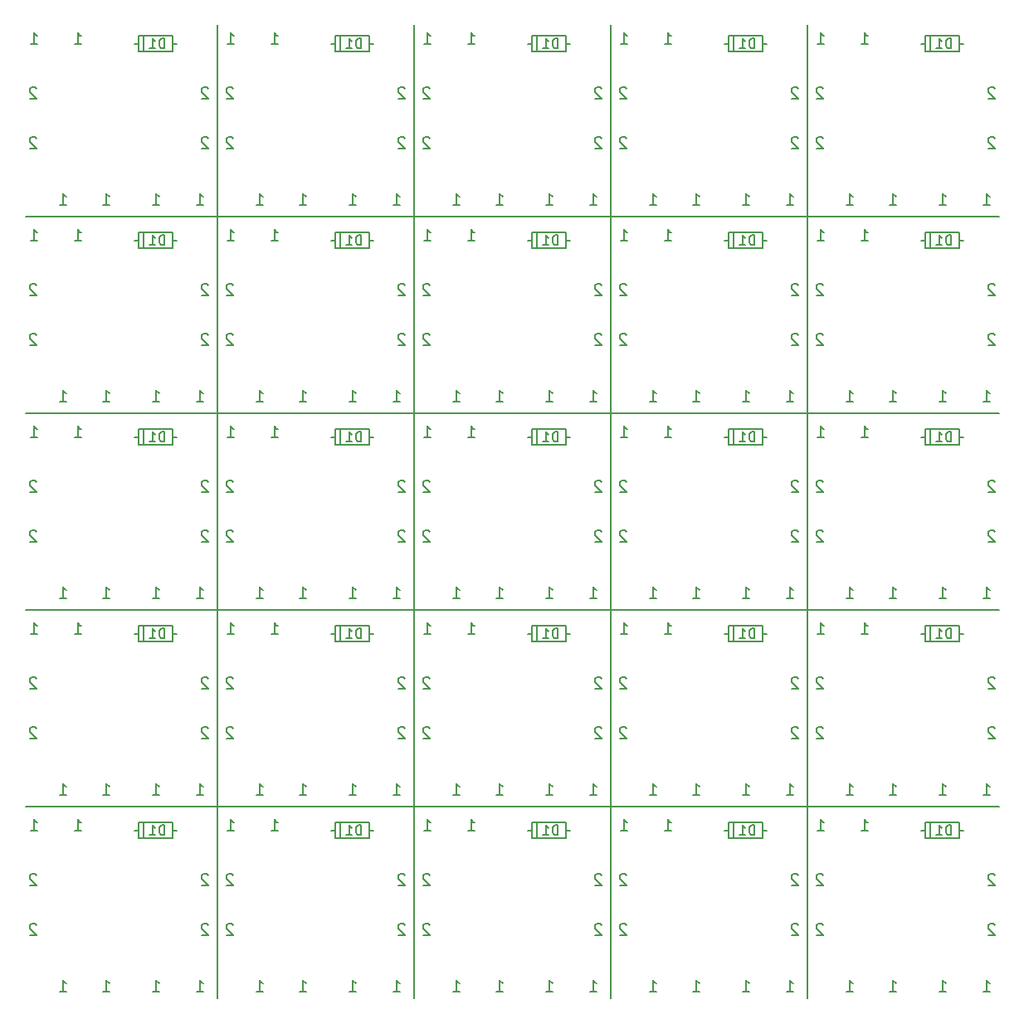
<source format=gbo>
G04 #@! TF.FileFunction,Legend,Bot*
%FSLAX46Y46*%
G04 Gerber Fmt 4.6, Leading zero omitted, Abs format (unit mm)*
G04 Created by KiCad (PCBNEW 4.0.2-stable) date 2016/07/17 14:51:38*
%MOMM*%
G01*
G04 APERTURE LIST*
%ADD10C,0.100000*%
%ADD11C,0.200000*%
%ADD12C,1.710000*%
%ADD13C,2.500000*%
%ADD14C,4.000000*%
%ADD15C,0.800000*%
%ADD16O,1.600000X1.800000*%
%ADD17O,1.800000X1.600000*%
%ADD18C,1.400000*%
%ADD19R,1.400000X1.400000*%
G04 APERTURE END LIST*
D10*
D11*
X198374000Y-134366000D02*
X99060000Y-134366000D01*
X99060000Y-114300000D02*
X198374000Y-114300000D01*
X198374000Y-94234000D02*
X99060000Y-94234000D01*
X99060000Y-74168000D02*
X198374000Y-74168000D01*
X178816000Y-153924000D02*
X178816000Y-54610000D01*
X158750000Y-54610000D02*
X158750000Y-153924000D01*
X138684000Y-153924000D02*
X138684000Y-54610000D01*
X118618000Y-54610000D02*
X118618000Y-153924000D01*
X104051142Y-136813857D02*
X104736857Y-136813857D01*
X104393999Y-136813857D02*
X104393999Y-135613857D01*
X104508285Y-135785286D01*
X104622571Y-135899571D01*
X104736857Y-135956714D01*
X117690857Y-141316143D02*
X117633714Y-141259000D01*
X117519428Y-141201857D01*
X117233714Y-141201857D01*
X117119428Y-141259000D01*
X117062285Y-141316143D01*
X117005142Y-141430429D01*
X117005142Y-141544714D01*
X117062285Y-141716143D01*
X117747999Y-142401857D01*
X117005142Y-142401857D01*
X117690857Y-146396143D02*
X117633714Y-146339000D01*
X117519428Y-146281857D01*
X117233714Y-146281857D01*
X117119428Y-146339000D01*
X117062285Y-146396143D01*
X117005142Y-146510429D01*
X117005142Y-146624714D01*
X117062285Y-146796143D01*
X117747999Y-147481857D01*
X117005142Y-147481857D01*
X116497142Y-153196857D02*
X117182857Y-153196857D01*
X116839999Y-153196857D02*
X116839999Y-151996857D01*
X116954285Y-152168286D01*
X117068571Y-152282571D01*
X117182857Y-152339714D01*
X112052142Y-153196857D02*
X112737857Y-153196857D01*
X112394999Y-153196857D02*
X112394999Y-151996857D01*
X112509285Y-152168286D01*
X112623571Y-152282571D01*
X112737857Y-152339714D01*
X106972142Y-153196857D02*
X107657857Y-153196857D01*
X107314999Y-153196857D02*
X107314999Y-151996857D01*
X107429285Y-152168286D01*
X107543571Y-152282571D01*
X107657857Y-152339714D01*
X99606142Y-136813857D02*
X100291857Y-136813857D01*
X99948999Y-136813857D02*
X99948999Y-135613857D01*
X100063285Y-135785286D01*
X100177571Y-135899571D01*
X100291857Y-135956714D01*
X102527142Y-153196857D02*
X103212857Y-153196857D01*
X102869999Y-153196857D02*
X102869999Y-151996857D01*
X102984285Y-152168286D01*
X103098571Y-152282571D01*
X103212857Y-152339714D01*
X100164857Y-141316143D02*
X100107714Y-141259000D01*
X99993428Y-141201857D01*
X99707714Y-141201857D01*
X99593428Y-141259000D01*
X99536285Y-141316143D01*
X99479142Y-141430429D01*
X99479142Y-141544714D01*
X99536285Y-141716143D01*
X100221999Y-142401857D01*
X99479142Y-142401857D01*
X100164857Y-146396143D02*
X100107714Y-146339000D01*
X99993428Y-146281857D01*
X99707714Y-146281857D01*
X99593428Y-146339000D01*
X99536285Y-146396143D01*
X99479142Y-146510429D01*
X99479142Y-146624714D01*
X99536285Y-146796143D01*
X100221999Y-147481857D01*
X99479142Y-147481857D01*
X120230857Y-146396143D02*
X120173714Y-146339000D01*
X120059428Y-146281857D01*
X119773714Y-146281857D01*
X119659428Y-146339000D01*
X119602285Y-146396143D01*
X119545142Y-146510429D01*
X119545142Y-146624714D01*
X119602285Y-146796143D01*
X120287999Y-147481857D01*
X119545142Y-147481857D01*
X120230857Y-141316143D02*
X120173714Y-141259000D01*
X120059428Y-141201857D01*
X119773714Y-141201857D01*
X119659428Y-141259000D01*
X119602285Y-141316143D01*
X119545142Y-141430429D01*
X119545142Y-141544714D01*
X119602285Y-141716143D01*
X120287999Y-142401857D01*
X119545142Y-142401857D01*
X122593142Y-153196857D02*
X123278857Y-153196857D01*
X122935999Y-153196857D02*
X122935999Y-151996857D01*
X123050285Y-152168286D01*
X123164571Y-152282571D01*
X123278857Y-152339714D01*
X119672142Y-136813857D02*
X120357857Y-136813857D01*
X120014999Y-136813857D02*
X120014999Y-135613857D01*
X120129285Y-135785286D01*
X120243571Y-135899571D01*
X120357857Y-135956714D01*
X127038142Y-153196857D02*
X127723857Y-153196857D01*
X127380999Y-153196857D02*
X127380999Y-151996857D01*
X127495285Y-152168286D01*
X127609571Y-152282571D01*
X127723857Y-152339714D01*
X132118142Y-153196857D02*
X132803857Y-153196857D01*
X132460999Y-153196857D02*
X132460999Y-151996857D01*
X132575285Y-152168286D01*
X132689571Y-152282571D01*
X132803857Y-152339714D01*
X136563142Y-153196857D02*
X137248857Y-153196857D01*
X136905999Y-153196857D02*
X136905999Y-151996857D01*
X137020285Y-152168286D01*
X137134571Y-152282571D01*
X137248857Y-152339714D01*
X137756857Y-146396143D02*
X137699714Y-146339000D01*
X137585428Y-146281857D01*
X137299714Y-146281857D01*
X137185428Y-146339000D01*
X137128285Y-146396143D01*
X137071142Y-146510429D01*
X137071142Y-146624714D01*
X137128285Y-146796143D01*
X137813999Y-147481857D01*
X137071142Y-147481857D01*
X137756857Y-141316143D02*
X137699714Y-141259000D01*
X137585428Y-141201857D01*
X137299714Y-141201857D01*
X137185428Y-141259000D01*
X137128285Y-141316143D01*
X137071142Y-141430429D01*
X137071142Y-141544714D01*
X137128285Y-141716143D01*
X137813999Y-142401857D01*
X137071142Y-142401857D01*
X124117142Y-136813857D02*
X124802857Y-136813857D01*
X124459999Y-136813857D02*
X124459999Y-135613857D01*
X124574285Y-135785286D01*
X124688571Y-135899571D01*
X124802857Y-135956714D01*
X164249142Y-136813857D02*
X164934857Y-136813857D01*
X164591999Y-136813857D02*
X164591999Y-135613857D01*
X164706285Y-135785286D01*
X164820571Y-135899571D01*
X164934857Y-135956714D01*
X177888857Y-141316143D02*
X177831714Y-141259000D01*
X177717428Y-141201857D01*
X177431714Y-141201857D01*
X177317428Y-141259000D01*
X177260285Y-141316143D01*
X177203142Y-141430429D01*
X177203142Y-141544714D01*
X177260285Y-141716143D01*
X177945999Y-142401857D01*
X177203142Y-142401857D01*
X177888857Y-146396143D02*
X177831714Y-146339000D01*
X177717428Y-146281857D01*
X177431714Y-146281857D01*
X177317428Y-146339000D01*
X177260285Y-146396143D01*
X177203142Y-146510429D01*
X177203142Y-146624714D01*
X177260285Y-146796143D01*
X177945999Y-147481857D01*
X177203142Y-147481857D01*
X176695142Y-153196857D02*
X177380857Y-153196857D01*
X177037999Y-153196857D02*
X177037999Y-151996857D01*
X177152285Y-152168286D01*
X177266571Y-152282571D01*
X177380857Y-152339714D01*
X172250142Y-153196857D02*
X172935857Y-153196857D01*
X172592999Y-153196857D02*
X172592999Y-151996857D01*
X172707285Y-152168286D01*
X172821571Y-152282571D01*
X172935857Y-152339714D01*
X167170142Y-153196857D02*
X167855857Y-153196857D01*
X167512999Y-153196857D02*
X167512999Y-151996857D01*
X167627285Y-152168286D01*
X167741571Y-152282571D01*
X167855857Y-152339714D01*
X159804142Y-136813857D02*
X160489857Y-136813857D01*
X160146999Y-136813857D02*
X160146999Y-135613857D01*
X160261285Y-135785286D01*
X160375571Y-135899571D01*
X160489857Y-135956714D01*
X162725142Y-153196857D02*
X163410857Y-153196857D01*
X163067999Y-153196857D02*
X163067999Y-151996857D01*
X163182285Y-152168286D01*
X163296571Y-152282571D01*
X163410857Y-152339714D01*
X160362857Y-141316143D02*
X160305714Y-141259000D01*
X160191428Y-141201857D01*
X159905714Y-141201857D01*
X159791428Y-141259000D01*
X159734285Y-141316143D01*
X159677142Y-141430429D01*
X159677142Y-141544714D01*
X159734285Y-141716143D01*
X160419999Y-142401857D01*
X159677142Y-142401857D01*
X160362857Y-146396143D02*
X160305714Y-146339000D01*
X160191428Y-146281857D01*
X159905714Y-146281857D01*
X159791428Y-146339000D01*
X159734285Y-146396143D01*
X159677142Y-146510429D01*
X159677142Y-146624714D01*
X159734285Y-146796143D01*
X160419999Y-147481857D01*
X159677142Y-147481857D01*
X140296857Y-146396143D02*
X140239714Y-146339000D01*
X140125428Y-146281857D01*
X139839714Y-146281857D01*
X139725428Y-146339000D01*
X139668285Y-146396143D01*
X139611142Y-146510429D01*
X139611142Y-146624714D01*
X139668285Y-146796143D01*
X140353999Y-147481857D01*
X139611142Y-147481857D01*
X140296857Y-141316143D02*
X140239714Y-141259000D01*
X140125428Y-141201857D01*
X139839714Y-141201857D01*
X139725428Y-141259000D01*
X139668285Y-141316143D01*
X139611142Y-141430429D01*
X139611142Y-141544714D01*
X139668285Y-141716143D01*
X140353999Y-142401857D01*
X139611142Y-142401857D01*
X142659142Y-153196857D02*
X143344857Y-153196857D01*
X143001999Y-153196857D02*
X143001999Y-151996857D01*
X143116285Y-152168286D01*
X143230571Y-152282571D01*
X143344857Y-152339714D01*
X139738142Y-136813857D02*
X140423857Y-136813857D01*
X140080999Y-136813857D02*
X140080999Y-135613857D01*
X140195285Y-135785286D01*
X140309571Y-135899571D01*
X140423857Y-135956714D01*
X147104142Y-153196857D02*
X147789857Y-153196857D01*
X147446999Y-153196857D02*
X147446999Y-151996857D01*
X147561285Y-152168286D01*
X147675571Y-152282571D01*
X147789857Y-152339714D01*
X152184142Y-153196857D02*
X152869857Y-153196857D01*
X152526999Y-153196857D02*
X152526999Y-151996857D01*
X152641285Y-152168286D01*
X152755571Y-152282571D01*
X152869857Y-152339714D01*
X156629142Y-153196857D02*
X157314857Y-153196857D01*
X156971999Y-153196857D02*
X156971999Y-151996857D01*
X157086285Y-152168286D01*
X157200571Y-152282571D01*
X157314857Y-152339714D01*
X157822857Y-146396143D02*
X157765714Y-146339000D01*
X157651428Y-146281857D01*
X157365714Y-146281857D01*
X157251428Y-146339000D01*
X157194285Y-146396143D01*
X157137142Y-146510429D01*
X157137142Y-146624714D01*
X157194285Y-146796143D01*
X157879999Y-147481857D01*
X157137142Y-147481857D01*
X157822857Y-141316143D02*
X157765714Y-141259000D01*
X157651428Y-141201857D01*
X157365714Y-141201857D01*
X157251428Y-141259000D01*
X157194285Y-141316143D01*
X157137142Y-141430429D01*
X157137142Y-141544714D01*
X157194285Y-141716143D01*
X157879999Y-142401857D01*
X157137142Y-142401857D01*
X144183142Y-136813857D02*
X144868857Y-136813857D01*
X144525999Y-136813857D02*
X144525999Y-135613857D01*
X144640285Y-135785286D01*
X144754571Y-135899571D01*
X144868857Y-135956714D01*
X180428857Y-146396143D02*
X180371714Y-146339000D01*
X180257428Y-146281857D01*
X179971714Y-146281857D01*
X179857428Y-146339000D01*
X179800285Y-146396143D01*
X179743142Y-146510429D01*
X179743142Y-146624714D01*
X179800285Y-146796143D01*
X180485999Y-147481857D01*
X179743142Y-147481857D01*
X180428857Y-141316143D02*
X180371714Y-141259000D01*
X180257428Y-141201857D01*
X179971714Y-141201857D01*
X179857428Y-141259000D01*
X179800285Y-141316143D01*
X179743142Y-141430429D01*
X179743142Y-141544714D01*
X179800285Y-141716143D01*
X180485999Y-142401857D01*
X179743142Y-142401857D01*
X182791142Y-153196857D02*
X183476857Y-153196857D01*
X183133999Y-153196857D02*
X183133999Y-151996857D01*
X183248285Y-152168286D01*
X183362571Y-152282571D01*
X183476857Y-152339714D01*
X179870142Y-136813857D02*
X180555857Y-136813857D01*
X180212999Y-136813857D02*
X180212999Y-135613857D01*
X180327285Y-135785286D01*
X180441571Y-135899571D01*
X180555857Y-135956714D01*
X187236142Y-153196857D02*
X187921857Y-153196857D01*
X187578999Y-153196857D02*
X187578999Y-151996857D01*
X187693285Y-152168286D01*
X187807571Y-152282571D01*
X187921857Y-152339714D01*
X192316142Y-153196857D02*
X193001857Y-153196857D01*
X192658999Y-153196857D02*
X192658999Y-151996857D01*
X192773285Y-152168286D01*
X192887571Y-152282571D01*
X193001857Y-152339714D01*
X196761142Y-153196857D02*
X197446857Y-153196857D01*
X197103999Y-153196857D02*
X197103999Y-151996857D01*
X197218285Y-152168286D01*
X197332571Y-152282571D01*
X197446857Y-152339714D01*
X197954857Y-146396143D02*
X197897714Y-146339000D01*
X197783428Y-146281857D01*
X197497714Y-146281857D01*
X197383428Y-146339000D01*
X197326285Y-146396143D01*
X197269142Y-146510429D01*
X197269142Y-146624714D01*
X197326285Y-146796143D01*
X198011999Y-147481857D01*
X197269142Y-147481857D01*
X197954857Y-141316143D02*
X197897714Y-141259000D01*
X197783428Y-141201857D01*
X197497714Y-141201857D01*
X197383428Y-141259000D01*
X197326285Y-141316143D01*
X197269142Y-141430429D01*
X197269142Y-141544714D01*
X197326285Y-141716143D01*
X198011999Y-142401857D01*
X197269142Y-142401857D01*
X184315142Y-136813857D02*
X185000857Y-136813857D01*
X184657999Y-136813857D02*
X184657999Y-135613857D01*
X184772285Y-135785286D01*
X184886571Y-135899571D01*
X185000857Y-135956714D01*
X104051142Y-96681857D02*
X104736857Y-96681857D01*
X104393999Y-96681857D02*
X104393999Y-95481857D01*
X104508285Y-95653286D01*
X104622571Y-95767571D01*
X104736857Y-95824714D01*
X117690857Y-101184143D02*
X117633714Y-101127000D01*
X117519428Y-101069857D01*
X117233714Y-101069857D01*
X117119428Y-101127000D01*
X117062285Y-101184143D01*
X117005142Y-101298429D01*
X117005142Y-101412714D01*
X117062285Y-101584143D01*
X117747999Y-102269857D01*
X117005142Y-102269857D01*
X117690857Y-106264143D02*
X117633714Y-106207000D01*
X117519428Y-106149857D01*
X117233714Y-106149857D01*
X117119428Y-106207000D01*
X117062285Y-106264143D01*
X117005142Y-106378429D01*
X117005142Y-106492714D01*
X117062285Y-106664143D01*
X117747999Y-107349857D01*
X117005142Y-107349857D01*
X116497142Y-113064857D02*
X117182857Y-113064857D01*
X116839999Y-113064857D02*
X116839999Y-111864857D01*
X116954285Y-112036286D01*
X117068571Y-112150571D01*
X117182857Y-112207714D01*
X112052142Y-113064857D02*
X112737857Y-113064857D01*
X112394999Y-113064857D02*
X112394999Y-111864857D01*
X112509285Y-112036286D01*
X112623571Y-112150571D01*
X112737857Y-112207714D01*
X106972142Y-113064857D02*
X107657857Y-113064857D01*
X107314999Y-113064857D02*
X107314999Y-111864857D01*
X107429285Y-112036286D01*
X107543571Y-112150571D01*
X107657857Y-112207714D01*
X99606142Y-96681857D02*
X100291857Y-96681857D01*
X99948999Y-96681857D02*
X99948999Y-95481857D01*
X100063285Y-95653286D01*
X100177571Y-95767571D01*
X100291857Y-95824714D01*
X102527142Y-113064857D02*
X103212857Y-113064857D01*
X102869999Y-113064857D02*
X102869999Y-111864857D01*
X102984285Y-112036286D01*
X103098571Y-112150571D01*
X103212857Y-112207714D01*
X100164857Y-101184143D02*
X100107714Y-101127000D01*
X99993428Y-101069857D01*
X99707714Y-101069857D01*
X99593428Y-101127000D01*
X99536285Y-101184143D01*
X99479142Y-101298429D01*
X99479142Y-101412714D01*
X99536285Y-101584143D01*
X100221999Y-102269857D01*
X99479142Y-102269857D01*
X100164857Y-106264143D02*
X100107714Y-106207000D01*
X99993428Y-106149857D01*
X99707714Y-106149857D01*
X99593428Y-106207000D01*
X99536285Y-106264143D01*
X99479142Y-106378429D01*
X99479142Y-106492714D01*
X99536285Y-106664143D01*
X100221999Y-107349857D01*
X99479142Y-107349857D01*
X120230857Y-106264143D02*
X120173714Y-106207000D01*
X120059428Y-106149857D01*
X119773714Y-106149857D01*
X119659428Y-106207000D01*
X119602285Y-106264143D01*
X119545142Y-106378429D01*
X119545142Y-106492714D01*
X119602285Y-106664143D01*
X120287999Y-107349857D01*
X119545142Y-107349857D01*
X120230857Y-101184143D02*
X120173714Y-101127000D01*
X120059428Y-101069857D01*
X119773714Y-101069857D01*
X119659428Y-101127000D01*
X119602285Y-101184143D01*
X119545142Y-101298429D01*
X119545142Y-101412714D01*
X119602285Y-101584143D01*
X120287999Y-102269857D01*
X119545142Y-102269857D01*
X122593142Y-113064857D02*
X123278857Y-113064857D01*
X122935999Y-113064857D02*
X122935999Y-111864857D01*
X123050285Y-112036286D01*
X123164571Y-112150571D01*
X123278857Y-112207714D01*
X119672142Y-96681857D02*
X120357857Y-96681857D01*
X120014999Y-96681857D02*
X120014999Y-95481857D01*
X120129285Y-95653286D01*
X120243571Y-95767571D01*
X120357857Y-95824714D01*
X127038142Y-113064857D02*
X127723857Y-113064857D01*
X127380999Y-113064857D02*
X127380999Y-111864857D01*
X127495285Y-112036286D01*
X127609571Y-112150571D01*
X127723857Y-112207714D01*
X132118142Y-113064857D02*
X132803857Y-113064857D01*
X132460999Y-113064857D02*
X132460999Y-111864857D01*
X132575285Y-112036286D01*
X132689571Y-112150571D01*
X132803857Y-112207714D01*
X136563142Y-113064857D02*
X137248857Y-113064857D01*
X136905999Y-113064857D02*
X136905999Y-111864857D01*
X137020285Y-112036286D01*
X137134571Y-112150571D01*
X137248857Y-112207714D01*
X137756857Y-106264143D02*
X137699714Y-106207000D01*
X137585428Y-106149857D01*
X137299714Y-106149857D01*
X137185428Y-106207000D01*
X137128285Y-106264143D01*
X137071142Y-106378429D01*
X137071142Y-106492714D01*
X137128285Y-106664143D01*
X137813999Y-107349857D01*
X137071142Y-107349857D01*
X137756857Y-101184143D02*
X137699714Y-101127000D01*
X137585428Y-101069857D01*
X137299714Y-101069857D01*
X137185428Y-101127000D01*
X137128285Y-101184143D01*
X137071142Y-101298429D01*
X137071142Y-101412714D01*
X137128285Y-101584143D01*
X137813999Y-102269857D01*
X137071142Y-102269857D01*
X124117142Y-96681857D02*
X124802857Y-96681857D01*
X124459999Y-96681857D02*
X124459999Y-95481857D01*
X124574285Y-95653286D01*
X124688571Y-95767571D01*
X124802857Y-95824714D01*
X164249142Y-96681857D02*
X164934857Y-96681857D01*
X164591999Y-96681857D02*
X164591999Y-95481857D01*
X164706285Y-95653286D01*
X164820571Y-95767571D01*
X164934857Y-95824714D01*
X177888857Y-101184143D02*
X177831714Y-101127000D01*
X177717428Y-101069857D01*
X177431714Y-101069857D01*
X177317428Y-101127000D01*
X177260285Y-101184143D01*
X177203142Y-101298429D01*
X177203142Y-101412714D01*
X177260285Y-101584143D01*
X177945999Y-102269857D01*
X177203142Y-102269857D01*
X177888857Y-106264143D02*
X177831714Y-106207000D01*
X177717428Y-106149857D01*
X177431714Y-106149857D01*
X177317428Y-106207000D01*
X177260285Y-106264143D01*
X177203142Y-106378429D01*
X177203142Y-106492714D01*
X177260285Y-106664143D01*
X177945999Y-107349857D01*
X177203142Y-107349857D01*
X176695142Y-113064857D02*
X177380857Y-113064857D01*
X177037999Y-113064857D02*
X177037999Y-111864857D01*
X177152285Y-112036286D01*
X177266571Y-112150571D01*
X177380857Y-112207714D01*
X172250142Y-113064857D02*
X172935857Y-113064857D01*
X172592999Y-113064857D02*
X172592999Y-111864857D01*
X172707285Y-112036286D01*
X172821571Y-112150571D01*
X172935857Y-112207714D01*
X167170142Y-113064857D02*
X167855857Y-113064857D01*
X167512999Y-113064857D02*
X167512999Y-111864857D01*
X167627285Y-112036286D01*
X167741571Y-112150571D01*
X167855857Y-112207714D01*
X159804142Y-96681857D02*
X160489857Y-96681857D01*
X160146999Y-96681857D02*
X160146999Y-95481857D01*
X160261285Y-95653286D01*
X160375571Y-95767571D01*
X160489857Y-95824714D01*
X162725142Y-113064857D02*
X163410857Y-113064857D01*
X163067999Y-113064857D02*
X163067999Y-111864857D01*
X163182285Y-112036286D01*
X163296571Y-112150571D01*
X163410857Y-112207714D01*
X160362857Y-101184143D02*
X160305714Y-101127000D01*
X160191428Y-101069857D01*
X159905714Y-101069857D01*
X159791428Y-101127000D01*
X159734285Y-101184143D01*
X159677142Y-101298429D01*
X159677142Y-101412714D01*
X159734285Y-101584143D01*
X160419999Y-102269857D01*
X159677142Y-102269857D01*
X160362857Y-106264143D02*
X160305714Y-106207000D01*
X160191428Y-106149857D01*
X159905714Y-106149857D01*
X159791428Y-106207000D01*
X159734285Y-106264143D01*
X159677142Y-106378429D01*
X159677142Y-106492714D01*
X159734285Y-106664143D01*
X160419999Y-107349857D01*
X159677142Y-107349857D01*
X140296857Y-106264143D02*
X140239714Y-106207000D01*
X140125428Y-106149857D01*
X139839714Y-106149857D01*
X139725428Y-106207000D01*
X139668285Y-106264143D01*
X139611142Y-106378429D01*
X139611142Y-106492714D01*
X139668285Y-106664143D01*
X140353999Y-107349857D01*
X139611142Y-107349857D01*
X140296857Y-101184143D02*
X140239714Y-101127000D01*
X140125428Y-101069857D01*
X139839714Y-101069857D01*
X139725428Y-101127000D01*
X139668285Y-101184143D01*
X139611142Y-101298429D01*
X139611142Y-101412714D01*
X139668285Y-101584143D01*
X140353999Y-102269857D01*
X139611142Y-102269857D01*
X142659142Y-113064857D02*
X143344857Y-113064857D01*
X143001999Y-113064857D02*
X143001999Y-111864857D01*
X143116285Y-112036286D01*
X143230571Y-112150571D01*
X143344857Y-112207714D01*
X139738142Y-96681857D02*
X140423857Y-96681857D01*
X140080999Y-96681857D02*
X140080999Y-95481857D01*
X140195285Y-95653286D01*
X140309571Y-95767571D01*
X140423857Y-95824714D01*
X147104142Y-113064857D02*
X147789857Y-113064857D01*
X147446999Y-113064857D02*
X147446999Y-111864857D01*
X147561285Y-112036286D01*
X147675571Y-112150571D01*
X147789857Y-112207714D01*
X152184142Y-113064857D02*
X152869857Y-113064857D01*
X152526999Y-113064857D02*
X152526999Y-111864857D01*
X152641285Y-112036286D01*
X152755571Y-112150571D01*
X152869857Y-112207714D01*
X156629142Y-113064857D02*
X157314857Y-113064857D01*
X156971999Y-113064857D02*
X156971999Y-111864857D01*
X157086285Y-112036286D01*
X157200571Y-112150571D01*
X157314857Y-112207714D01*
X157822857Y-106264143D02*
X157765714Y-106207000D01*
X157651428Y-106149857D01*
X157365714Y-106149857D01*
X157251428Y-106207000D01*
X157194285Y-106264143D01*
X157137142Y-106378429D01*
X157137142Y-106492714D01*
X157194285Y-106664143D01*
X157879999Y-107349857D01*
X157137142Y-107349857D01*
X157822857Y-101184143D02*
X157765714Y-101127000D01*
X157651428Y-101069857D01*
X157365714Y-101069857D01*
X157251428Y-101127000D01*
X157194285Y-101184143D01*
X157137142Y-101298429D01*
X157137142Y-101412714D01*
X157194285Y-101584143D01*
X157879999Y-102269857D01*
X157137142Y-102269857D01*
X144183142Y-96681857D02*
X144868857Y-96681857D01*
X144525999Y-96681857D02*
X144525999Y-95481857D01*
X144640285Y-95653286D01*
X144754571Y-95767571D01*
X144868857Y-95824714D01*
X180428857Y-106264143D02*
X180371714Y-106207000D01*
X180257428Y-106149857D01*
X179971714Y-106149857D01*
X179857428Y-106207000D01*
X179800285Y-106264143D01*
X179743142Y-106378429D01*
X179743142Y-106492714D01*
X179800285Y-106664143D01*
X180485999Y-107349857D01*
X179743142Y-107349857D01*
X180428857Y-101184143D02*
X180371714Y-101127000D01*
X180257428Y-101069857D01*
X179971714Y-101069857D01*
X179857428Y-101127000D01*
X179800285Y-101184143D01*
X179743142Y-101298429D01*
X179743142Y-101412714D01*
X179800285Y-101584143D01*
X180485999Y-102269857D01*
X179743142Y-102269857D01*
X182791142Y-113064857D02*
X183476857Y-113064857D01*
X183133999Y-113064857D02*
X183133999Y-111864857D01*
X183248285Y-112036286D01*
X183362571Y-112150571D01*
X183476857Y-112207714D01*
X179870142Y-96681857D02*
X180555857Y-96681857D01*
X180212999Y-96681857D02*
X180212999Y-95481857D01*
X180327285Y-95653286D01*
X180441571Y-95767571D01*
X180555857Y-95824714D01*
X187236142Y-113064857D02*
X187921857Y-113064857D01*
X187578999Y-113064857D02*
X187578999Y-111864857D01*
X187693285Y-112036286D01*
X187807571Y-112150571D01*
X187921857Y-112207714D01*
X192316142Y-113064857D02*
X193001857Y-113064857D01*
X192658999Y-113064857D02*
X192658999Y-111864857D01*
X192773285Y-112036286D01*
X192887571Y-112150571D01*
X193001857Y-112207714D01*
X196761142Y-113064857D02*
X197446857Y-113064857D01*
X197103999Y-113064857D02*
X197103999Y-111864857D01*
X197218285Y-112036286D01*
X197332571Y-112150571D01*
X197446857Y-112207714D01*
X197954857Y-106264143D02*
X197897714Y-106207000D01*
X197783428Y-106149857D01*
X197497714Y-106149857D01*
X197383428Y-106207000D01*
X197326285Y-106264143D01*
X197269142Y-106378429D01*
X197269142Y-106492714D01*
X197326285Y-106664143D01*
X198011999Y-107349857D01*
X197269142Y-107349857D01*
X197954857Y-101184143D02*
X197897714Y-101127000D01*
X197783428Y-101069857D01*
X197497714Y-101069857D01*
X197383428Y-101127000D01*
X197326285Y-101184143D01*
X197269142Y-101298429D01*
X197269142Y-101412714D01*
X197326285Y-101584143D01*
X198011999Y-102269857D01*
X197269142Y-102269857D01*
X184315142Y-96681857D02*
X185000857Y-96681857D01*
X184657999Y-96681857D02*
X184657999Y-95481857D01*
X184772285Y-95653286D01*
X184886571Y-95767571D01*
X185000857Y-95824714D01*
X184315142Y-116747857D02*
X185000857Y-116747857D01*
X184657999Y-116747857D02*
X184657999Y-115547857D01*
X184772285Y-115719286D01*
X184886571Y-115833571D01*
X185000857Y-115890714D01*
X197954857Y-121250143D02*
X197897714Y-121193000D01*
X197783428Y-121135857D01*
X197497714Y-121135857D01*
X197383428Y-121193000D01*
X197326285Y-121250143D01*
X197269142Y-121364429D01*
X197269142Y-121478714D01*
X197326285Y-121650143D01*
X198011999Y-122335857D01*
X197269142Y-122335857D01*
X197954857Y-126330143D02*
X197897714Y-126273000D01*
X197783428Y-126215857D01*
X197497714Y-126215857D01*
X197383428Y-126273000D01*
X197326285Y-126330143D01*
X197269142Y-126444429D01*
X197269142Y-126558714D01*
X197326285Y-126730143D01*
X198011999Y-127415857D01*
X197269142Y-127415857D01*
X196761142Y-133130857D02*
X197446857Y-133130857D01*
X197103999Y-133130857D02*
X197103999Y-131930857D01*
X197218285Y-132102286D01*
X197332571Y-132216571D01*
X197446857Y-132273714D01*
X192316142Y-133130857D02*
X193001857Y-133130857D01*
X192658999Y-133130857D02*
X192658999Y-131930857D01*
X192773285Y-132102286D01*
X192887571Y-132216571D01*
X193001857Y-132273714D01*
X187236142Y-133130857D02*
X187921857Y-133130857D01*
X187578999Y-133130857D02*
X187578999Y-131930857D01*
X187693285Y-132102286D01*
X187807571Y-132216571D01*
X187921857Y-132273714D01*
X179870142Y-116747857D02*
X180555857Y-116747857D01*
X180212999Y-116747857D02*
X180212999Y-115547857D01*
X180327285Y-115719286D01*
X180441571Y-115833571D01*
X180555857Y-115890714D01*
X182791142Y-133130857D02*
X183476857Y-133130857D01*
X183133999Y-133130857D02*
X183133999Y-131930857D01*
X183248285Y-132102286D01*
X183362571Y-132216571D01*
X183476857Y-132273714D01*
X180428857Y-121250143D02*
X180371714Y-121193000D01*
X180257428Y-121135857D01*
X179971714Y-121135857D01*
X179857428Y-121193000D01*
X179800285Y-121250143D01*
X179743142Y-121364429D01*
X179743142Y-121478714D01*
X179800285Y-121650143D01*
X180485999Y-122335857D01*
X179743142Y-122335857D01*
X180428857Y-126330143D02*
X180371714Y-126273000D01*
X180257428Y-126215857D01*
X179971714Y-126215857D01*
X179857428Y-126273000D01*
X179800285Y-126330143D01*
X179743142Y-126444429D01*
X179743142Y-126558714D01*
X179800285Y-126730143D01*
X180485999Y-127415857D01*
X179743142Y-127415857D01*
X144183142Y-116747857D02*
X144868857Y-116747857D01*
X144525999Y-116747857D02*
X144525999Y-115547857D01*
X144640285Y-115719286D01*
X144754571Y-115833571D01*
X144868857Y-115890714D01*
X157822857Y-121250143D02*
X157765714Y-121193000D01*
X157651428Y-121135857D01*
X157365714Y-121135857D01*
X157251428Y-121193000D01*
X157194285Y-121250143D01*
X157137142Y-121364429D01*
X157137142Y-121478714D01*
X157194285Y-121650143D01*
X157879999Y-122335857D01*
X157137142Y-122335857D01*
X157822857Y-126330143D02*
X157765714Y-126273000D01*
X157651428Y-126215857D01*
X157365714Y-126215857D01*
X157251428Y-126273000D01*
X157194285Y-126330143D01*
X157137142Y-126444429D01*
X157137142Y-126558714D01*
X157194285Y-126730143D01*
X157879999Y-127415857D01*
X157137142Y-127415857D01*
X156629142Y-133130857D02*
X157314857Y-133130857D01*
X156971999Y-133130857D02*
X156971999Y-131930857D01*
X157086285Y-132102286D01*
X157200571Y-132216571D01*
X157314857Y-132273714D01*
X152184142Y-133130857D02*
X152869857Y-133130857D01*
X152526999Y-133130857D02*
X152526999Y-131930857D01*
X152641285Y-132102286D01*
X152755571Y-132216571D01*
X152869857Y-132273714D01*
X147104142Y-133130857D02*
X147789857Y-133130857D01*
X147446999Y-133130857D02*
X147446999Y-131930857D01*
X147561285Y-132102286D01*
X147675571Y-132216571D01*
X147789857Y-132273714D01*
X139738142Y-116747857D02*
X140423857Y-116747857D01*
X140080999Y-116747857D02*
X140080999Y-115547857D01*
X140195285Y-115719286D01*
X140309571Y-115833571D01*
X140423857Y-115890714D01*
X142659142Y-133130857D02*
X143344857Y-133130857D01*
X143001999Y-133130857D02*
X143001999Y-131930857D01*
X143116285Y-132102286D01*
X143230571Y-132216571D01*
X143344857Y-132273714D01*
X140296857Y-121250143D02*
X140239714Y-121193000D01*
X140125428Y-121135857D01*
X139839714Y-121135857D01*
X139725428Y-121193000D01*
X139668285Y-121250143D01*
X139611142Y-121364429D01*
X139611142Y-121478714D01*
X139668285Y-121650143D01*
X140353999Y-122335857D01*
X139611142Y-122335857D01*
X140296857Y-126330143D02*
X140239714Y-126273000D01*
X140125428Y-126215857D01*
X139839714Y-126215857D01*
X139725428Y-126273000D01*
X139668285Y-126330143D01*
X139611142Y-126444429D01*
X139611142Y-126558714D01*
X139668285Y-126730143D01*
X140353999Y-127415857D01*
X139611142Y-127415857D01*
X160362857Y-126330143D02*
X160305714Y-126273000D01*
X160191428Y-126215857D01*
X159905714Y-126215857D01*
X159791428Y-126273000D01*
X159734285Y-126330143D01*
X159677142Y-126444429D01*
X159677142Y-126558714D01*
X159734285Y-126730143D01*
X160419999Y-127415857D01*
X159677142Y-127415857D01*
X160362857Y-121250143D02*
X160305714Y-121193000D01*
X160191428Y-121135857D01*
X159905714Y-121135857D01*
X159791428Y-121193000D01*
X159734285Y-121250143D01*
X159677142Y-121364429D01*
X159677142Y-121478714D01*
X159734285Y-121650143D01*
X160419999Y-122335857D01*
X159677142Y-122335857D01*
X162725142Y-133130857D02*
X163410857Y-133130857D01*
X163067999Y-133130857D02*
X163067999Y-131930857D01*
X163182285Y-132102286D01*
X163296571Y-132216571D01*
X163410857Y-132273714D01*
X159804142Y-116747857D02*
X160489857Y-116747857D01*
X160146999Y-116747857D02*
X160146999Y-115547857D01*
X160261285Y-115719286D01*
X160375571Y-115833571D01*
X160489857Y-115890714D01*
X167170142Y-133130857D02*
X167855857Y-133130857D01*
X167512999Y-133130857D02*
X167512999Y-131930857D01*
X167627285Y-132102286D01*
X167741571Y-132216571D01*
X167855857Y-132273714D01*
X172250142Y-133130857D02*
X172935857Y-133130857D01*
X172592999Y-133130857D02*
X172592999Y-131930857D01*
X172707285Y-132102286D01*
X172821571Y-132216571D01*
X172935857Y-132273714D01*
X176695142Y-133130857D02*
X177380857Y-133130857D01*
X177037999Y-133130857D02*
X177037999Y-131930857D01*
X177152285Y-132102286D01*
X177266571Y-132216571D01*
X177380857Y-132273714D01*
X177888857Y-126330143D02*
X177831714Y-126273000D01*
X177717428Y-126215857D01*
X177431714Y-126215857D01*
X177317428Y-126273000D01*
X177260285Y-126330143D01*
X177203142Y-126444429D01*
X177203142Y-126558714D01*
X177260285Y-126730143D01*
X177945999Y-127415857D01*
X177203142Y-127415857D01*
X177888857Y-121250143D02*
X177831714Y-121193000D01*
X177717428Y-121135857D01*
X177431714Y-121135857D01*
X177317428Y-121193000D01*
X177260285Y-121250143D01*
X177203142Y-121364429D01*
X177203142Y-121478714D01*
X177260285Y-121650143D01*
X177945999Y-122335857D01*
X177203142Y-122335857D01*
X164249142Y-116747857D02*
X164934857Y-116747857D01*
X164591999Y-116747857D02*
X164591999Y-115547857D01*
X164706285Y-115719286D01*
X164820571Y-115833571D01*
X164934857Y-115890714D01*
X124117142Y-116747857D02*
X124802857Y-116747857D01*
X124459999Y-116747857D02*
X124459999Y-115547857D01*
X124574285Y-115719286D01*
X124688571Y-115833571D01*
X124802857Y-115890714D01*
X137756857Y-121250143D02*
X137699714Y-121193000D01*
X137585428Y-121135857D01*
X137299714Y-121135857D01*
X137185428Y-121193000D01*
X137128285Y-121250143D01*
X137071142Y-121364429D01*
X137071142Y-121478714D01*
X137128285Y-121650143D01*
X137813999Y-122335857D01*
X137071142Y-122335857D01*
X137756857Y-126330143D02*
X137699714Y-126273000D01*
X137585428Y-126215857D01*
X137299714Y-126215857D01*
X137185428Y-126273000D01*
X137128285Y-126330143D01*
X137071142Y-126444429D01*
X137071142Y-126558714D01*
X137128285Y-126730143D01*
X137813999Y-127415857D01*
X137071142Y-127415857D01*
X136563142Y-133130857D02*
X137248857Y-133130857D01*
X136905999Y-133130857D02*
X136905999Y-131930857D01*
X137020285Y-132102286D01*
X137134571Y-132216571D01*
X137248857Y-132273714D01*
X132118142Y-133130857D02*
X132803857Y-133130857D01*
X132460999Y-133130857D02*
X132460999Y-131930857D01*
X132575285Y-132102286D01*
X132689571Y-132216571D01*
X132803857Y-132273714D01*
X127038142Y-133130857D02*
X127723857Y-133130857D01*
X127380999Y-133130857D02*
X127380999Y-131930857D01*
X127495285Y-132102286D01*
X127609571Y-132216571D01*
X127723857Y-132273714D01*
X119672142Y-116747857D02*
X120357857Y-116747857D01*
X120014999Y-116747857D02*
X120014999Y-115547857D01*
X120129285Y-115719286D01*
X120243571Y-115833571D01*
X120357857Y-115890714D01*
X122593142Y-133130857D02*
X123278857Y-133130857D01*
X122935999Y-133130857D02*
X122935999Y-131930857D01*
X123050285Y-132102286D01*
X123164571Y-132216571D01*
X123278857Y-132273714D01*
X120230857Y-121250143D02*
X120173714Y-121193000D01*
X120059428Y-121135857D01*
X119773714Y-121135857D01*
X119659428Y-121193000D01*
X119602285Y-121250143D01*
X119545142Y-121364429D01*
X119545142Y-121478714D01*
X119602285Y-121650143D01*
X120287999Y-122335857D01*
X119545142Y-122335857D01*
X120230857Y-126330143D02*
X120173714Y-126273000D01*
X120059428Y-126215857D01*
X119773714Y-126215857D01*
X119659428Y-126273000D01*
X119602285Y-126330143D01*
X119545142Y-126444429D01*
X119545142Y-126558714D01*
X119602285Y-126730143D01*
X120287999Y-127415857D01*
X119545142Y-127415857D01*
X100164857Y-126330143D02*
X100107714Y-126273000D01*
X99993428Y-126215857D01*
X99707714Y-126215857D01*
X99593428Y-126273000D01*
X99536285Y-126330143D01*
X99479142Y-126444429D01*
X99479142Y-126558714D01*
X99536285Y-126730143D01*
X100221999Y-127415857D01*
X99479142Y-127415857D01*
X100164857Y-121250143D02*
X100107714Y-121193000D01*
X99993428Y-121135857D01*
X99707714Y-121135857D01*
X99593428Y-121193000D01*
X99536285Y-121250143D01*
X99479142Y-121364429D01*
X99479142Y-121478714D01*
X99536285Y-121650143D01*
X100221999Y-122335857D01*
X99479142Y-122335857D01*
X102527142Y-133130857D02*
X103212857Y-133130857D01*
X102869999Y-133130857D02*
X102869999Y-131930857D01*
X102984285Y-132102286D01*
X103098571Y-132216571D01*
X103212857Y-132273714D01*
X99606142Y-116747857D02*
X100291857Y-116747857D01*
X99948999Y-116747857D02*
X99948999Y-115547857D01*
X100063285Y-115719286D01*
X100177571Y-115833571D01*
X100291857Y-115890714D01*
X106972142Y-133130857D02*
X107657857Y-133130857D01*
X107314999Y-133130857D02*
X107314999Y-131930857D01*
X107429285Y-132102286D01*
X107543571Y-132216571D01*
X107657857Y-132273714D01*
X112052142Y-133130857D02*
X112737857Y-133130857D01*
X112394999Y-133130857D02*
X112394999Y-131930857D01*
X112509285Y-132102286D01*
X112623571Y-132216571D01*
X112737857Y-132273714D01*
X116497142Y-133130857D02*
X117182857Y-133130857D01*
X116839999Y-133130857D02*
X116839999Y-131930857D01*
X116954285Y-132102286D01*
X117068571Y-132216571D01*
X117182857Y-132273714D01*
X117690857Y-126330143D02*
X117633714Y-126273000D01*
X117519428Y-126215857D01*
X117233714Y-126215857D01*
X117119428Y-126273000D01*
X117062285Y-126330143D01*
X117005142Y-126444429D01*
X117005142Y-126558714D01*
X117062285Y-126730143D01*
X117747999Y-127415857D01*
X117005142Y-127415857D01*
X117690857Y-121250143D02*
X117633714Y-121193000D01*
X117519428Y-121135857D01*
X117233714Y-121135857D01*
X117119428Y-121193000D01*
X117062285Y-121250143D01*
X117005142Y-121364429D01*
X117005142Y-121478714D01*
X117062285Y-121650143D01*
X117747999Y-122335857D01*
X117005142Y-122335857D01*
X104051142Y-116747857D02*
X104736857Y-116747857D01*
X104393999Y-116747857D02*
X104393999Y-115547857D01*
X104508285Y-115719286D01*
X104622571Y-115833571D01*
X104736857Y-115890714D01*
X104051142Y-76615857D02*
X104736857Y-76615857D01*
X104393999Y-76615857D02*
X104393999Y-75415857D01*
X104508285Y-75587286D01*
X104622571Y-75701571D01*
X104736857Y-75758714D01*
X117690857Y-81118143D02*
X117633714Y-81061000D01*
X117519428Y-81003857D01*
X117233714Y-81003857D01*
X117119428Y-81061000D01*
X117062285Y-81118143D01*
X117005142Y-81232429D01*
X117005142Y-81346714D01*
X117062285Y-81518143D01*
X117747999Y-82203857D01*
X117005142Y-82203857D01*
X117690857Y-86198143D02*
X117633714Y-86141000D01*
X117519428Y-86083857D01*
X117233714Y-86083857D01*
X117119428Y-86141000D01*
X117062285Y-86198143D01*
X117005142Y-86312429D01*
X117005142Y-86426714D01*
X117062285Y-86598143D01*
X117747999Y-87283857D01*
X117005142Y-87283857D01*
X116497142Y-92998857D02*
X117182857Y-92998857D01*
X116839999Y-92998857D02*
X116839999Y-91798857D01*
X116954285Y-91970286D01*
X117068571Y-92084571D01*
X117182857Y-92141714D01*
X112052142Y-92998857D02*
X112737857Y-92998857D01*
X112394999Y-92998857D02*
X112394999Y-91798857D01*
X112509285Y-91970286D01*
X112623571Y-92084571D01*
X112737857Y-92141714D01*
X106972142Y-92998857D02*
X107657857Y-92998857D01*
X107314999Y-92998857D02*
X107314999Y-91798857D01*
X107429285Y-91970286D01*
X107543571Y-92084571D01*
X107657857Y-92141714D01*
X99606142Y-76615857D02*
X100291857Y-76615857D01*
X99948999Y-76615857D02*
X99948999Y-75415857D01*
X100063285Y-75587286D01*
X100177571Y-75701571D01*
X100291857Y-75758714D01*
X102527142Y-92998857D02*
X103212857Y-92998857D01*
X102869999Y-92998857D02*
X102869999Y-91798857D01*
X102984285Y-91970286D01*
X103098571Y-92084571D01*
X103212857Y-92141714D01*
X100164857Y-81118143D02*
X100107714Y-81061000D01*
X99993428Y-81003857D01*
X99707714Y-81003857D01*
X99593428Y-81061000D01*
X99536285Y-81118143D01*
X99479142Y-81232429D01*
X99479142Y-81346714D01*
X99536285Y-81518143D01*
X100221999Y-82203857D01*
X99479142Y-82203857D01*
X100164857Y-86198143D02*
X100107714Y-86141000D01*
X99993428Y-86083857D01*
X99707714Y-86083857D01*
X99593428Y-86141000D01*
X99536285Y-86198143D01*
X99479142Y-86312429D01*
X99479142Y-86426714D01*
X99536285Y-86598143D01*
X100221999Y-87283857D01*
X99479142Y-87283857D01*
X120230857Y-86198143D02*
X120173714Y-86141000D01*
X120059428Y-86083857D01*
X119773714Y-86083857D01*
X119659428Y-86141000D01*
X119602285Y-86198143D01*
X119545142Y-86312429D01*
X119545142Y-86426714D01*
X119602285Y-86598143D01*
X120287999Y-87283857D01*
X119545142Y-87283857D01*
X120230857Y-81118143D02*
X120173714Y-81061000D01*
X120059428Y-81003857D01*
X119773714Y-81003857D01*
X119659428Y-81061000D01*
X119602285Y-81118143D01*
X119545142Y-81232429D01*
X119545142Y-81346714D01*
X119602285Y-81518143D01*
X120287999Y-82203857D01*
X119545142Y-82203857D01*
X122593142Y-92998857D02*
X123278857Y-92998857D01*
X122935999Y-92998857D02*
X122935999Y-91798857D01*
X123050285Y-91970286D01*
X123164571Y-92084571D01*
X123278857Y-92141714D01*
X119672142Y-76615857D02*
X120357857Y-76615857D01*
X120014999Y-76615857D02*
X120014999Y-75415857D01*
X120129285Y-75587286D01*
X120243571Y-75701571D01*
X120357857Y-75758714D01*
X127038142Y-92998857D02*
X127723857Y-92998857D01*
X127380999Y-92998857D02*
X127380999Y-91798857D01*
X127495285Y-91970286D01*
X127609571Y-92084571D01*
X127723857Y-92141714D01*
X132118142Y-92998857D02*
X132803857Y-92998857D01*
X132460999Y-92998857D02*
X132460999Y-91798857D01*
X132575285Y-91970286D01*
X132689571Y-92084571D01*
X132803857Y-92141714D01*
X136563142Y-92998857D02*
X137248857Y-92998857D01*
X136905999Y-92998857D02*
X136905999Y-91798857D01*
X137020285Y-91970286D01*
X137134571Y-92084571D01*
X137248857Y-92141714D01*
X137756857Y-86198143D02*
X137699714Y-86141000D01*
X137585428Y-86083857D01*
X137299714Y-86083857D01*
X137185428Y-86141000D01*
X137128285Y-86198143D01*
X137071142Y-86312429D01*
X137071142Y-86426714D01*
X137128285Y-86598143D01*
X137813999Y-87283857D01*
X137071142Y-87283857D01*
X137756857Y-81118143D02*
X137699714Y-81061000D01*
X137585428Y-81003857D01*
X137299714Y-81003857D01*
X137185428Y-81061000D01*
X137128285Y-81118143D01*
X137071142Y-81232429D01*
X137071142Y-81346714D01*
X137128285Y-81518143D01*
X137813999Y-82203857D01*
X137071142Y-82203857D01*
X124117142Y-76615857D02*
X124802857Y-76615857D01*
X124459999Y-76615857D02*
X124459999Y-75415857D01*
X124574285Y-75587286D01*
X124688571Y-75701571D01*
X124802857Y-75758714D01*
X164249142Y-76615857D02*
X164934857Y-76615857D01*
X164591999Y-76615857D02*
X164591999Y-75415857D01*
X164706285Y-75587286D01*
X164820571Y-75701571D01*
X164934857Y-75758714D01*
X177888857Y-81118143D02*
X177831714Y-81061000D01*
X177717428Y-81003857D01*
X177431714Y-81003857D01*
X177317428Y-81061000D01*
X177260285Y-81118143D01*
X177203142Y-81232429D01*
X177203142Y-81346714D01*
X177260285Y-81518143D01*
X177945999Y-82203857D01*
X177203142Y-82203857D01*
X177888857Y-86198143D02*
X177831714Y-86141000D01*
X177717428Y-86083857D01*
X177431714Y-86083857D01*
X177317428Y-86141000D01*
X177260285Y-86198143D01*
X177203142Y-86312429D01*
X177203142Y-86426714D01*
X177260285Y-86598143D01*
X177945999Y-87283857D01*
X177203142Y-87283857D01*
X176695142Y-92998857D02*
X177380857Y-92998857D01*
X177037999Y-92998857D02*
X177037999Y-91798857D01*
X177152285Y-91970286D01*
X177266571Y-92084571D01*
X177380857Y-92141714D01*
X172250142Y-92998857D02*
X172935857Y-92998857D01*
X172592999Y-92998857D02*
X172592999Y-91798857D01*
X172707285Y-91970286D01*
X172821571Y-92084571D01*
X172935857Y-92141714D01*
X167170142Y-92998857D02*
X167855857Y-92998857D01*
X167512999Y-92998857D02*
X167512999Y-91798857D01*
X167627285Y-91970286D01*
X167741571Y-92084571D01*
X167855857Y-92141714D01*
X159804142Y-76615857D02*
X160489857Y-76615857D01*
X160146999Y-76615857D02*
X160146999Y-75415857D01*
X160261285Y-75587286D01*
X160375571Y-75701571D01*
X160489857Y-75758714D01*
X162725142Y-92998857D02*
X163410857Y-92998857D01*
X163067999Y-92998857D02*
X163067999Y-91798857D01*
X163182285Y-91970286D01*
X163296571Y-92084571D01*
X163410857Y-92141714D01*
X160362857Y-81118143D02*
X160305714Y-81061000D01*
X160191428Y-81003857D01*
X159905714Y-81003857D01*
X159791428Y-81061000D01*
X159734285Y-81118143D01*
X159677142Y-81232429D01*
X159677142Y-81346714D01*
X159734285Y-81518143D01*
X160419999Y-82203857D01*
X159677142Y-82203857D01*
X160362857Y-86198143D02*
X160305714Y-86141000D01*
X160191428Y-86083857D01*
X159905714Y-86083857D01*
X159791428Y-86141000D01*
X159734285Y-86198143D01*
X159677142Y-86312429D01*
X159677142Y-86426714D01*
X159734285Y-86598143D01*
X160419999Y-87283857D01*
X159677142Y-87283857D01*
X140296857Y-86198143D02*
X140239714Y-86141000D01*
X140125428Y-86083857D01*
X139839714Y-86083857D01*
X139725428Y-86141000D01*
X139668285Y-86198143D01*
X139611142Y-86312429D01*
X139611142Y-86426714D01*
X139668285Y-86598143D01*
X140353999Y-87283857D01*
X139611142Y-87283857D01*
X140296857Y-81118143D02*
X140239714Y-81061000D01*
X140125428Y-81003857D01*
X139839714Y-81003857D01*
X139725428Y-81061000D01*
X139668285Y-81118143D01*
X139611142Y-81232429D01*
X139611142Y-81346714D01*
X139668285Y-81518143D01*
X140353999Y-82203857D01*
X139611142Y-82203857D01*
X142659142Y-92998857D02*
X143344857Y-92998857D01*
X143001999Y-92998857D02*
X143001999Y-91798857D01*
X143116285Y-91970286D01*
X143230571Y-92084571D01*
X143344857Y-92141714D01*
X139738142Y-76615857D02*
X140423857Y-76615857D01*
X140080999Y-76615857D02*
X140080999Y-75415857D01*
X140195285Y-75587286D01*
X140309571Y-75701571D01*
X140423857Y-75758714D01*
X147104142Y-92998857D02*
X147789857Y-92998857D01*
X147446999Y-92998857D02*
X147446999Y-91798857D01*
X147561285Y-91970286D01*
X147675571Y-92084571D01*
X147789857Y-92141714D01*
X152184142Y-92998857D02*
X152869857Y-92998857D01*
X152526999Y-92998857D02*
X152526999Y-91798857D01*
X152641285Y-91970286D01*
X152755571Y-92084571D01*
X152869857Y-92141714D01*
X156629142Y-92998857D02*
X157314857Y-92998857D01*
X156971999Y-92998857D02*
X156971999Y-91798857D01*
X157086285Y-91970286D01*
X157200571Y-92084571D01*
X157314857Y-92141714D01*
X157822857Y-86198143D02*
X157765714Y-86141000D01*
X157651428Y-86083857D01*
X157365714Y-86083857D01*
X157251428Y-86141000D01*
X157194285Y-86198143D01*
X157137142Y-86312429D01*
X157137142Y-86426714D01*
X157194285Y-86598143D01*
X157879999Y-87283857D01*
X157137142Y-87283857D01*
X157822857Y-81118143D02*
X157765714Y-81061000D01*
X157651428Y-81003857D01*
X157365714Y-81003857D01*
X157251428Y-81061000D01*
X157194285Y-81118143D01*
X157137142Y-81232429D01*
X157137142Y-81346714D01*
X157194285Y-81518143D01*
X157879999Y-82203857D01*
X157137142Y-82203857D01*
X144183142Y-76615857D02*
X144868857Y-76615857D01*
X144525999Y-76615857D02*
X144525999Y-75415857D01*
X144640285Y-75587286D01*
X144754571Y-75701571D01*
X144868857Y-75758714D01*
X180428857Y-86198143D02*
X180371714Y-86141000D01*
X180257428Y-86083857D01*
X179971714Y-86083857D01*
X179857428Y-86141000D01*
X179800285Y-86198143D01*
X179743142Y-86312429D01*
X179743142Y-86426714D01*
X179800285Y-86598143D01*
X180485999Y-87283857D01*
X179743142Y-87283857D01*
X180428857Y-81118143D02*
X180371714Y-81061000D01*
X180257428Y-81003857D01*
X179971714Y-81003857D01*
X179857428Y-81061000D01*
X179800285Y-81118143D01*
X179743142Y-81232429D01*
X179743142Y-81346714D01*
X179800285Y-81518143D01*
X180485999Y-82203857D01*
X179743142Y-82203857D01*
X182791142Y-92998857D02*
X183476857Y-92998857D01*
X183133999Y-92998857D02*
X183133999Y-91798857D01*
X183248285Y-91970286D01*
X183362571Y-92084571D01*
X183476857Y-92141714D01*
X179870142Y-76615857D02*
X180555857Y-76615857D01*
X180212999Y-76615857D02*
X180212999Y-75415857D01*
X180327285Y-75587286D01*
X180441571Y-75701571D01*
X180555857Y-75758714D01*
X187236142Y-92998857D02*
X187921857Y-92998857D01*
X187578999Y-92998857D02*
X187578999Y-91798857D01*
X187693285Y-91970286D01*
X187807571Y-92084571D01*
X187921857Y-92141714D01*
X192316142Y-92998857D02*
X193001857Y-92998857D01*
X192658999Y-92998857D02*
X192658999Y-91798857D01*
X192773285Y-91970286D01*
X192887571Y-92084571D01*
X193001857Y-92141714D01*
X196761142Y-92998857D02*
X197446857Y-92998857D01*
X197103999Y-92998857D02*
X197103999Y-91798857D01*
X197218285Y-91970286D01*
X197332571Y-92084571D01*
X197446857Y-92141714D01*
X197954857Y-86198143D02*
X197897714Y-86141000D01*
X197783428Y-86083857D01*
X197497714Y-86083857D01*
X197383428Y-86141000D01*
X197326285Y-86198143D01*
X197269142Y-86312429D01*
X197269142Y-86426714D01*
X197326285Y-86598143D01*
X198011999Y-87283857D01*
X197269142Y-87283857D01*
X197954857Y-81118143D02*
X197897714Y-81061000D01*
X197783428Y-81003857D01*
X197497714Y-81003857D01*
X197383428Y-81061000D01*
X197326285Y-81118143D01*
X197269142Y-81232429D01*
X197269142Y-81346714D01*
X197326285Y-81518143D01*
X198011999Y-82203857D01*
X197269142Y-82203857D01*
X184315142Y-76615857D02*
X185000857Y-76615857D01*
X184657999Y-76615857D02*
X184657999Y-75415857D01*
X184772285Y-75587286D01*
X184886571Y-75701571D01*
X185000857Y-75758714D01*
X184315142Y-56549857D02*
X185000857Y-56549857D01*
X184657999Y-56549857D02*
X184657999Y-55349857D01*
X184772285Y-55521286D01*
X184886571Y-55635571D01*
X185000857Y-55692714D01*
X197954857Y-61052143D02*
X197897714Y-60995000D01*
X197783428Y-60937857D01*
X197497714Y-60937857D01*
X197383428Y-60995000D01*
X197326285Y-61052143D01*
X197269142Y-61166429D01*
X197269142Y-61280714D01*
X197326285Y-61452143D01*
X198011999Y-62137857D01*
X197269142Y-62137857D01*
X197954857Y-66132143D02*
X197897714Y-66075000D01*
X197783428Y-66017857D01*
X197497714Y-66017857D01*
X197383428Y-66075000D01*
X197326285Y-66132143D01*
X197269142Y-66246429D01*
X197269142Y-66360714D01*
X197326285Y-66532143D01*
X198011999Y-67217857D01*
X197269142Y-67217857D01*
X196761142Y-72932857D02*
X197446857Y-72932857D01*
X197103999Y-72932857D02*
X197103999Y-71732857D01*
X197218285Y-71904286D01*
X197332571Y-72018571D01*
X197446857Y-72075714D01*
X192316142Y-72932857D02*
X193001857Y-72932857D01*
X192658999Y-72932857D02*
X192658999Y-71732857D01*
X192773285Y-71904286D01*
X192887571Y-72018571D01*
X193001857Y-72075714D01*
X187236142Y-72932857D02*
X187921857Y-72932857D01*
X187578999Y-72932857D02*
X187578999Y-71732857D01*
X187693285Y-71904286D01*
X187807571Y-72018571D01*
X187921857Y-72075714D01*
X179870142Y-56549857D02*
X180555857Y-56549857D01*
X180212999Y-56549857D02*
X180212999Y-55349857D01*
X180327285Y-55521286D01*
X180441571Y-55635571D01*
X180555857Y-55692714D01*
X182791142Y-72932857D02*
X183476857Y-72932857D01*
X183133999Y-72932857D02*
X183133999Y-71732857D01*
X183248285Y-71904286D01*
X183362571Y-72018571D01*
X183476857Y-72075714D01*
X180428857Y-61052143D02*
X180371714Y-60995000D01*
X180257428Y-60937857D01*
X179971714Y-60937857D01*
X179857428Y-60995000D01*
X179800285Y-61052143D01*
X179743142Y-61166429D01*
X179743142Y-61280714D01*
X179800285Y-61452143D01*
X180485999Y-62137857D01*
X179743142Y-62137857D01*
X180428857Y-66132143D02*
X180371714Y-66075000D01*
X180257428Y-66017857D01*
X179971714Y-66017857D01*
X179857428Y-66075000D01*
X179800285Y-66132143D01*
X179743142Y-66246429D01*
X179743142Y-66360714D01*
X179800285Y-66532143D01*
X180485999Y-67217857D01*
X179743142Y-67217857D01*
X144183142Y-56549857D02*
X144868857Y-56549857D01*
X144525999Y-56549857D02*
X144525999Y-55349857D01*
X144640285Y-55521286D01*
X144754571Y-55635571D01*
X144868857Y-55692714D01*
X157822857Y-61052143D02*
X157765714Y-60995000D01*
X157651428Y-60937857D01*
X157365714Y-60937857D01*
X157251428Y-60995000D01*
X157194285Y-61052143D01*
X157137142Y-61166429D01*
X157137142Y-61280714D01*
X157194285Y-61452143D01*
X157879999Y-62137857D01*
X157137142Y-62137857D01*
X157822857Y-66132143D02*
X157765714Y-66075000D01*
X157651428Y-66017857D01*
X157365714Y-66017857D01*
X157251428Y-66075000D01*
X157194285Y-66132143D01*
X157137142Y-66246429D01*
X157137142Y-66360714D01*
X157194285Y-66532143D01*
X157879999Y-67217857D01*
X157137142Y-67217857D01*
X156629142Y-72932857D02*
X157314857Y-72932857D01*
X156971999Y-72932857D02*
X156971999Y-71732857D01*
X157086285Y-71904286D01*
X157200571Y-72018571D01*
X157314857Y-72075714D01*
X152184142Y-72932857D02*
X152869857Y-72932857D01*
X152526999Y-72932857D02*
X152526999Y-71732857D01*
X152641285Y-71904286D01*
X152755571Y-72018571D01*
X152869857Y-72075714D01*
X147104142Y-72932857D02*
X147789857Y-72932857D01*
X147446999Y-72932857D02*
X147446999Y-71732857D01*
X147561285Y-71904286D01*
X147675571Y-72018571D01*
X147789857Y-72075714D01*
X139738142Y-56549857D02*
X140423857Y-56549857D01*
X140080999Y-56549857D02*
X140080999Y-55349857D01*
X140195285Y-55521286D01*
X140309571Y-55635571D01*
X140423857Y-55692714D01*
X142659142Y-72932857D02*
X143344857Y-72932857D01*
X143001999Y-72932857D02*
X143001999Y-71732857D01*
X143116285Y-71904286D01*
X143230571Y-72018571D01*
X143344857Y-72075714D01*
X140296857Y-61052143D02*
X140239714Y-60995000D01*
X140125428Y-60937857D01*
X139839714Y-60937857D01*
X139725428Y-60995000D01*
X139668285Y-61052143D01*
X139611142Y-61166429D01*
X139611142Y-61280714D01*
X139668285Y-61452143D01*
X140353999Y-62137857D01*
X139611142Y-62137857D01*
X140296857Y-66132143D02*
X140239714Y-66075000D01*
X140125428Y-66017857D01*
X139839714Y-66017857D01*
X139725428Y-66075000D01*
X139668285Y-66132143D01*
X139611142Y-66246429D01*
X139611142Y-66360714D01*
X139668285Y-66532143D01*
X140353999Y-67217857D01*
X139611142Y-67217857D01*
X160362857Y-66132143D02*
X160305714Y-66075000D01*
X160191428Y-66017857D01*
X159905714Y-66017857D01*
X159791428Y-66075000D01*
X159734285Y-66132143D01*
X159677142Y-66246429D01*
X159677142Y-66360714D01*
X159734285Y-66532143D01*
X160419999Y-67217857D01*
X159677142Y-67217857D01*
X160362857Y-61052143D02*
X160305714Y-60995000D01*
X160191428Y-60937857D01*
X159905714Y-60937857D01*
X159791428Y-60995000D01*
X159734285Y-61052143D01*
X159677142Y-61166429D01*
X159677142Y-61280714D01*
X159734285Y-61452143D01*
X160419999Y-62137857D01*
X159677142Y-62137857D01*
X162725142Y-72932857D02*
X163410857Y-72932857D01*
X163067999Y-72932857D02*
X163067999Y-71732857D01*
X163182285Y-71904286D01*
X163296571Y-72018571D01*
X163410857Y-72075714D01*
X159804142Y-56549857D02*
X160489857Y-56549857D01*
X160146999Y-56549857D02*
X160146999Y-55349857D01*
X160261285Y-55521286D01*
X160375571Y-55635571D01*
X160489857Y-55692714D01*
X167170142Y-72932857D02*
X167855857Y-72932857D01*
X167512999Y-72932857D02*
X167512999Y-71732857D01*
X167627285Y-71904286D01*
X167741571Y-72018571D01*
X167855857Y-72075714D01*
X172250142Y-72932857D02*
X172935857Y-72932857D01*
X172592999Y-72932857D02*
X172592999Y-71732857D01*
X172707285Y-71904286D01*
X172821571Y-72018571D01*
X172935857Y-72075714D01*
X176695142Y-72932857D02*
X177380857Y-72932857D01*
X177037999Y-72932857D02*
X177037999Y-71732857D01*
X177152285Y-71904286D01*
X177266571Y-72018571D01*
X177380857Y-72075714D01*
X177888857Y-66132143D02*
X177831714Y-66075000D01*
X177717428Y-66017857D01*
X177431714Y-66017857D01*
X177317428Y-66075000D01*
X177260285Y-66132143D01*
X177203142Y-66246429D01*
X177203142Y-66360714D01*
X177260285Y-66532143D01*
X177945999Y-67217857D01*
X177203142Y-67217857D01*
X177888857Y-61052143D02*
X177831714Y-60995000D01*
X177717428Y-60937857D01*
X177431714Y-60937857D01*
X177317428Y-60995000D01*
X177260285Y-61052143D01*
X177203142Y-61166429D01*
X177203142Y-61280714D01*
X177260285Y-61452143D01*
X177945999Y-62137857D01*
X177203142Y-62137857D01*
X164249142Y-56549857D02*
X164934857Y-56549857D01*
X164591999Y-56549857D02*
X164591999Y-55349857D01*
X164706285Y-55521286D01*
X164820571Y-55635571D01*
X164934857Y-55692714D01*
X124117142Y-56549857D02*
X124802857Y-56549857D01*
X124459999Y-56549857D02*
X124459999Y-55349857D01*
X124574285Y-55521286D01*
X124688571Y-55635571D01*
X124802857Y-55692714D01*
X137756857Y-61052143D02*
X137699714Y-60995000D01*
X137585428Y-60937857D01*
X137299714Y-60937857D01*
X137185428Y-60995000D01*
X137128285Y-61052143D01*
X137071142Y-61166429D01*
X137071142Y-61280714D01*
X137128285Y-61452143D01*
X137813999Y-62137857D01*
X137071142Y-62137857D01*
X137756857Y-66132143D02*
X137699714Y-66075000D01*
X137585428Y-66017857D01*
X137299714Y-66017857D01*
X137185428Y-66075000D01*
X137128285Y-66132143D01*
X137071142Y-66246429D01*
X137071142Y-66360714D01*
X137128285Y-66532143D01*
X137813999Y-67217857D01*
X137071142Y-67217857D01*
X136563142Y-72932857D02*
X137248857Y-72932857D01*
X136905999Y-72932857D02*
X136905999Y-71732857D01*
X137020285Y-71904286D01*
X137134571Y-72018571D01*
X137248857Y-72075714D01*
X132118142Y-72932857D02*
X132803857Y-72932857D01*
X132460999Y-72932857D02*
X132460999Y-71732857D01*
X132575285Y-71904286D01*
X132689571Y-72018571D01*
X132803857Y-72075714D01*
X127038142Y-72932857D02*
X127723857Y-72932857D01*
X127380999Y-72932857D02*
X127380999Y-71732857D01*
X127495285Y-71904286D01*
X127609571Y-72018571D01*
X127723857Y-72075714D01*
X119672142Y-56549857D02*
X120357857Y-56549857D01*
X120014999Y-56549857D02*
X120014999Y-55349857D01*
X120129285Y-55521286D01*
X120243571Y-55635571D01*
X120357857Y-55692714D01*
X122593142Y-72932857D02*
X123278857Y-72932857D01*
X122935999Y-72932857D02*
X122935999Y-71732857D01*
X123050285Y-71904286D01*
X123164571Y-72018571D01*
X123278857Y-72075714D01*
X120230857Y-61052143D02*
X120173714Y-60995000D01*
X120059428Y-60937857D01*
X119773714Y-60937857D01*
X119659428Y-60995000D01*
X119602285Y-61052143D01*
X119545142Y-61166429D01*
X119545142Y-61280714D01*
X119602285Y-61452143D01*
X120287999Y-62137857D01*
X119545142Y-62137857D01*
X120230857Y-66132143D02*
X120173714Y-66075000D01*
X120059428Y-66017857D01*
X119773714Y-66017857D01*
X119659428Y-66075000D01*
X119602285Y-66132143D01*
X119545142Y-66246429D01*
X119545142Y-66360714D01*
X119602285Y-66532143D01*
X120287999Y-67217857D01*
X119545142Y-67217857D01*
X100164857Y-66132143D02*
X100107714Y-66075000D01*
X99993428Y-66017857D01*
X99707714Y-66017857D01*
X99593428Y-66075000D01*
X99536285Y-66132143D01*
X99479142Y-66246429D01*
X99479142Y-66360714D01*
X99536285Y-66532143D01*
X100221999Y-67217857D01*
X99479142Y-67217857D01*
X100164857Y-61052143D02*
X100107714Y-60995000D01*
X99993428Y-60937857D01*
X99707714Y-60937857D01*
X99593428Y-60995000D01*
X99536285Y-61052143D01*
X99479142Y-61166429D01*
X99479142Y-61280714D01*
X99536285Y-61452143D01*
X100221999Y-62137857D01*
X99479142Y-62137857D01*
X102527142Y-72932857D02*
X103212857Y-72932857D01*
X102869999Y-72932857D02*
X102869999Y-71732857D01*
X102984285Y-71904286D01*
X103098571Y-72018571D01*
X103212857Y-72075714D01*
X99606142Y-56549857D02*
X100291857Y-56549857D01*
X99948999Y-56549857D02*
X99948999Y-55349857D01*
X100063285Y-55521286D01*
X100177571Y-55635571D01*
X100291857Y-55692714D01*
X106972142Y-72932857D02*
X107657857Y-72932857D01*
X107314999Y-72932857D02*
X107314999Y-71732857D01*
X107429285Y-71904286D01*
X107543571Y-72018571D01*
X107657857Y-72075714D01*
X112052142Y-72932857D02*
X112737857Y-72932857D01*
X112394999Y-72932857D02*
X112394999Y-71732857D01*
X112509285Y-71904286D01*
X112623571Y-72018571D01*
X112737857Y-72075714D01*
X116497142Y-72932857D02*
X117182857Y-72932857D01*
X116839999Y-72932857D02*
X116839999Y-71732857D01*
X116954285Y-71904286D01*
X117068571Y-72018571D01*
X117182857Y-72075714D01*
X117690857Y-66132143D02*
X117633714Y-66075000D01*
X117519428Y-66017857D01*
X117233714Y-66017857D01*
X117119428Y-66075000D01*
X117062285Y-66132143D01*
X117005142Y-66246429D01*
X117005142Y-66360714D01*
X117062285Y-66532143D01*
X117747999Y-67217857D01*
X117005142Y-67217857D01*
X117690857Y-61052143D02*
X117633714Y-60995000D01*
X117519428Y-60937857D01*
X117233714Y-60937857D01*
X117119428Y-60995000D01*
X117062285Y-61052143D01*
X117005142Y-61166429D01*
X117005142Y-61280714D01*
X117062285Y-61452143D01*
X117747999Y-62137857D01*
X117005142Y-62137857D01*
X104051142Y-56549857D02*
X104736857Y-56549857D01*
X104393999Y-56549857D02*
X104393999Y-55349857D01*
X104508285Y-55521286D01*
X104622571Y-55635571D01*
X104736857Y-55692714D01*
X114120000Y-136779000D02*
X114520000Y-136779000D01*
X110620000Y-136779000D02*
X110220000Y-136779000D01*
X111120000Y-137579000D02*
X111120000Y-135979000D01*
X110620000Y-137579000D02*
X114120000Y-137579000D01*
X114120000Y-137579000D02*
X114120000Y-135979000D01*
X114120000Y-135979000D02*
X110620000Y-135979000D01*
X110620000Y-135979000D02*
X110620000Y-137579000D01*
X134186000Y-136779000D02*
X134586000Y-136779000D01*
X130686000Y-136779000D02*
X130286000Y-136779000D01*
X131186000Y-137579000D02*
X131186000Y-135979000D01*
X130686000Y-137579000D02*
X134186000Y-137579000D01*
X134186000Y-137579000D02*
X134186000Y-135979000D01*
X134186000Y-135979000D02*
X130686000Y-135979000D01*
X130686000Y-135979000D02*
X130686000Y-137579000D01*
X174318000Y-136779000D02*
X174718000Y-136779000D01*
X170818000Y-136779000D02*
X170418000Y-136779000D01*
X171318000Y-137579000D02*
X171318000Y-135979000D01*
X170818000Y-137579000D02*
X174318000Y-137579000D01*
X174318000Y-137579000D02*
X174318000Y-135979000D01*
X174318000Y-135979000D02*
X170818000Y-135979000D01*
X170818000Y-135979000D02*
X170818000Y-137579000D01*
X154252000Y-136779000D02*
X154652000Y-136779000D01*
X150752000Y-136779000D02*
X150352000Y-136779000D01*
X151252000Y-137579000D02*
X151252000Y-135979000D01*
X150752000Y-137579000D02*
X154252000Y-137579000D01*
X154252000Y-137579000D02*
X154252000Y-135979000D01*
X154252000Y-135979000D02*
X150752000Y-135979000D01*
X150752000Y-135979000D02*
X150752000Y-137579000D01*
X194384000Y-136779000D02*
X194784000Y-136779000D01*
X190884000Y-136779000D02*
X190484000Y-136779000D01*
X191384000Y-137579000D02*
X191384000Y-135979000D01*
X190884000Y-137579000D02*
X194384000Y-137579000D01*
X194384000Y-137579000D02*
X194384000Y-135979000D01*
X194384000Y-135979000D02*
X190884000Y-135979000D01*
X190884000Y-135979000D02*
X190884000Y-137579000D01*
X114120000Y-96647000D02*
X114520000Y-96647000D01*
X110620000Y-96647000D02*
X110220000Y-96647000D01*
X111120000Y-97447000D02*
X111120000Y-95847000D01*
X110620000Y-97447000D02*
X114120000Y-97447000D01*
X114120000Y-97447000D02*
X114120000Y-95847000D01*
X114120000Y-95847000D02*
X110620000Y-95847000D01*
X110620000Y-95847000D02*
X110620000Y-97447000D01*
X134186000Y-96647000D02*
X134586000Y-96647000D01*
X130686000Y-96647000D02*
X130286000Y-96647000D01*
X131186000Y-97447000D02*
X131186000Y-95847000D01*
X130686000Y-97447000D02*
X134186000Y-97447000D01*
X134186000Y-97447000D02*
X134186000Y-95847000D01*
X134186000Y-95847000D02*
X130686000Y-95847000D01*
X130686000Y-95847000D02*
X130686000Y-97447000D01*
X174318000Y-96647000D02*
X174718000Y-96647000D01*
X170818000Y-96647000D02*
X170418000Y-96647000D01*
X171318000Y-97447000D02*
X171318000Y-95847000D01*
X170818000Y-97447000D02*
X174318000Y-97447000D01*
X174318000Y-97447000D02*
X174318000Y-95847000D01*
X174318000Y-95847000D02*
X170818000Y-95847000D01*
X170818000Y-95847000D02*
X170818000Y-97447000D01*
X154252000Y-96647000D02*
X154652000Y-96647000D01*
X150752000Y-96647000D02*
X150352000Y-96647000D01*
X151252000Y-97447000D02*
X151252000Y-95847000D01*
X150752000Y-97447000D02*
X154252000Y-97447000D01*
X154252000Y-97447000D02*
X154252000Y-95847000D01*
X154252000Y-95847000D02*
X150752000Y-95847000D01*
X150752000Y-95847000D02*
X150752000Y-97447000D01*
X194384000Y-96647000D02*
X194784000Y-96647000D01*
X190884000Y-96647000D02*
X190484000Y-96647000D01*
X191384000Y-97447000D02*
X191384000Y-95847000D01*
X190884000Y-97447000D02*
X194384000Y-97447000D01*
X194384000Y-97447000D02*
X194384000Y-95847000D01*
X194384000Y-95847000D02*
X190884000Y-95847000D01*
X190884000Y-95847000D02*
X190884000Y-97447000D01*
X194384000Y-116713000D02*
X194784000Y-116713000D01*
X190884000Y-116713000D02*
X190484000Y-116713000D01*
X191384000Y-117513000D02*
X191384000Y-115913000D01*
X190884000Y-117513000D02*
X194384000Y-117513000D01*
X194384000Y-117513000D02*
X194384000Y-115913000D01*
X194384000Y-115913000D02*
X190884000Y-115913000D01*
X190884000Y-115913000D02*
X190884000Y-117513000D01*
X154252000Y-116713000D02*
X154652000Y-116713000D01*
X150752000Y-116713000D02*
X150352000Y-116713000D01*
X151252000Y-117513000D02*
X151252000Y-115913000D01*
X150752000Y-117513000D02*
X154252000Y-117513000D01*
X154252000Y-117513000D02*
X154252000Y-115913000D01*
X154252000Y-115913000D02*
X150752000Y-115913000D01*
X150752000Y-115913000D02*
X150752000Y-117513000D01*
X174318000Y-116713000D02*
X174718000Y-116713000D01*
X170818000Y-116713000D02*
X170418000Y-116713000D01*
X171318000Y-117513000D02*
X171318000Y-115913000D01*
X170818000Y-117513000D02*
X174318000Y-117513000D01*
X174318000Y-117513000D02*
X174318000Y-115913000D01*
X174318000Y-115913000D02*
X170818000Y-115913000D01*
X170818000Y-115913000D02*
X170818000Y-117513000D01*
X134186000Y-116713000D02*
X134586000Y-116713000D01*
X130686000Y-116713000D02*
X130286000Y-116713000D01*
X131186000Y-117513000D02*
X131186000Y-115913000D01*
X130686000Y-117513000D02*
X134186000Y-117513000D01*
X134186000Y-117513000D02*
X134186000Y-115913000D01*
X134186000Y-115913000D02*
X130686000Y-115913000D01*
X130686000Y-115913000D02*
X130686000Y-117513000D01*
X114120000Y-116713000D02*
X114520000Y-116713000D01*
X110620000Y-116713000D02*
X110220000Y-116713000D01*
X111120000Y-117513000D02*
X111120000Y-115913000D01*
X110620000Y-117513000D02*
X114120000Y-117513000D01*
X114120000Y-117513000D02*
X114120000Y-115913000D01*
X114120000Y-115913000D02*
X110620000Y-115913000D01*
X110620000Y-115913000D02*
X110620000Y-117513000D01*
X114120000Y-76581000D02*
X114520000Y-76581000D01*
X110620000Y-76581000D02*
X110220000Y-76581000D01*
X111120000Y-77381000D02*
X111120000Y-75781000D01*
X110620000Y-77381000D02*
X114120000Y-77381000D01*
X114120000Y-77381000D02*
X114120000Y-75781000D01*
X114120000Y-75781000D02*
X110620000Y-75781000D01*
X110620000Y-75781000D02*
X110620000Y-77381000D01*
X134186000Y-76581000D02*
X134586000Y-76581000D01*
X130686000Y-76581000D02*
X130286000Y-76581000D01*
X131186000Y-77381000D02*
X131186000Y-75781000D01*
X130686000Y-77381000D02*
X134186000Y-77381000D01*
X134186000Y-77381000D02*
X134186000Y-75781000D01*
X134186000Y-75781000D02*
X130686000Y-75781000D01*
X130686000Y-75781000D02*
X130686000Y-77381000D01*
X174318000Y-76581000D02*
X174718000Y-76581000D01*
X170818000Y-76581000D02*
X170418000Y-76581000D01*
X171318000Y-77381000D02*
X171318000Y-75781000D01*
X170818000Y-77381000D02*
X174318000Y-77381000D01*
X174318000Y-77381000D02*
X174318000Y-75781000D01*
X174318000Y-75781000D02*
X170818000Y-75781000D01*
X170818000Y-75781000D02*
X170818000Y-77381000D01*
X154252000Y-76581000D02*
X154652000Y-76581000D01*
X150752000Y-76581000D02*
X150352000Y-76581000D01*
X151252000Y-77381000D02*
X151252000Y-75781000D01*
X150752000Y-77381000D02*
X154252000Y-77381000D01*
X154252000Y-77381000D02*
X154252000Y-75781000D01*
X154252000Y-75781000D02*
X150752000Y-75781000D01*
X150752000Y-75781000D02*
X150752000Y-77381000D01*
X194384000Y-76581000D02*
X194784000Y-76581000D01*
X190884000Y-76581000D02*
X190484000Y-76581000D01*
X191384000Y-77381000D02*
X191384000Y-75781000D01*
X190884000Y-77381000D02*
X194384000Y-77381000D01*
X194384000Y-77381000D02*
X194384000Y-75781000D01*
X194384000Y-75781000D02*
X190884000Y-75781000D01*
X190884000Y-75781000D02*
X190884000Y-77381000D01*
X194384000Y-56515000D02*
X194784000Y-56515000D01*
X190884000Y-56515000D02*
X190484000Y-56515000D01*
X191384000Y-57315000D02*
X191384000Y-55715000D01*
X190884000Y-57315000D02*
X194384000Y-57315000D01*
X194384000Y-57315000D02*
X194384000Y-55715000D01*
X194384000Y-55715000D02*
X190884000Y-55715000D01*
X190884000Y-55715000D02*
X190884000Y-57315000D01*
X154252000Y-56515000D02*
X154652000Y-56515000D01*
X150752000Y-56515000D02*
X150352000Y-56515000D01*
X151252000Y-57315000D02*
X151252000Y-55715000D01*
X150752000Y-57315000D02*
X154252000Y-57315000D01*
X154252000Y-57315000D02*
X154252000Y-55715000D01*
X154252000Y-55715000D02*
X150752000Y-55715000D01*
X150752000Y-55715000D02*
X150752000Y-57315000D01*
X174318000Y-56515000D02*
X174718000Y-56515000D01*
X170818000Y-56515000D02*
X170418000Y-56515000D01*
X171318000Y-57315000D02*
X171318000Y-55715000D01*
X170818000Y-57315000D02*
X174318000Y-57315000D01*
X174318000Y-57315000D02*
X174318000Y-55715000D01*
X174318000Y-55715000D02*
X170818000Y-55715000D01*
X170818000Y-55715000D02*
X170818000Y-57315000D01*
X134186000Y-56515000D02*
X134586000Y-56515000D01*
X130686000Y-56515000D02*
X130286000Y-56515000D01*
X131186000Y-57315000D02*
X131186000Y-55715000D01*
X130686000Y-57315000D02*
X134186000Y-57315000D01*
X134186000Y-57315000D02*
X134186000Y-55715000D01*
X134186000Y-55715000D02*
X130686000Y-55715000D01*
X130686000Y-55715000D02*
X130686000Y-57315000D01*
X114120000Y-56515000D02*
X114520000Y-56515000D01*
X110620000Y-56515000D02*
X110220000Y-56515000D01*
X111120000Y-57315000D02*
X111120000Y-55715000D01*
X110620000Y-57315000D02*
X114120000Y-57315000D01*
X114120000Y-57315000D02*
X114120000Y-55715000D01*
X114120000Y-55715000D02*
X110620000Y-55715000D01*
X110620000Y-55715000D02*
X110620000Y-57315000D01*
X113260095Y-137231381D02*
X113260095Y-136231381D01*
X113022000Y-136231381D01*
X112879142Y-136279000D01*
X112783904Y-136374238D01*
X112736285Y-136469476D01*
X112688666Y-136659952D01*
X112688666Y-136802810D01*
X112736285Y-136993286D01*
X112783904Y-137088524D01*
X112879142Y-137183762D01*
X113022000Y-137231381D01*
X113260095Y-137231381D01*
X111736285Y-137231381D02*
X112307714Y-137231381D01*
X112022000Y-137231381D02*
X112022000Y-136231381D01*
X112117238Y-136374238D01*
X112212476Y-136469476D01*
X112307714Y-136517095D01*
X133326095Y-137231381D02*
X133326095Y-136231381D01*
X133088000Y-136231381D01*
X132945142Y-136279000D01*
X132849904Y-136374238D01*
X132802285Y-136469476D01*
X132754666Y-136659952D01*
X132754666Y-136802810D01*
X132802285Y-136993286D01*
X132849904Y-137088524D01*
X132945142Y-137183762D01*
X133088000Y-137231381D01*
X133326095Y-137231381D01*
X131802285Y-137231381D02*
X132373714Y-137231381D01*
X132088000Y-137231381D02*
X132088000Y-136231381D01*
X132183238Y-136374238D01*
X132278476Y-136469476D01*
X132373714Y-136517095D01*
X173458095Y-137231381D02*
X173458095Y-136231381D01*
X173220000Y-136231381D01*
X173077142Y-136279000D01*
X172981904Y-136374238D01*
X172934285Y-136469476D01*
X172886666Y-136659952D01*
X172886666Y-136802810D01*
X172934285Y-136993286D01*
X172981904Y-137088524D01*
X173077142Y-137183762D01*
X173220000Y-137231381D01*
X173458095Y-137231381D01*
X171934285Y-137231381D02*
X172505714Y-137231381D01*
X172220000Y-137231381D02*
X172220000Y-136231381D01*
X172315238Y-136374238D01*
X172410476Y-136469476D01*
X172505714Y-136517095D01*
X153392095Y-137231381D02*
X153392095Y-136231381D01*
X153154000Y-136231381D01*
X153011142Y-136279000D01*
X152915904Y-136374238D01*
X152868285Y-136469476D01*
X152820666Y-136659952D01*
X152820666Y-136802810D01*
X152868285Y-136993286D01*
X152915904Y-137088524D01*
X153011142Y-137183762D01*
X153154000Y-137231381D01*
X153392095Y-137231381D01*
X151868285Y-137231381D02*
X152439714Y-137231381D01*
X152154000Y-137231381D02*
X152154000Y-136231381D01*
X152249238Y-136374238D01*
X152344476Y-136469476D01*
X152439714Y-136517095D01*
X193524095Y-137231381D02*
X193524095Y-136231381D01*
X193286000Y-136231381D01*
X193143142Y-136279000D01*
X193047904Y-136374238D01*
X193000285Y-136469476D01*
X192952666Y-136659952D01*
X192952666Y-136802810D01*
X193000285Y-136993286D01*
X193047904Y-137088524D01*
X193143142Y-137183762D01*
X193286000Y-137231381D01*
X193524095Y-137231381D01*
X192000285Y-137231381D02*
X192571714Y-137231381D01*
X192286000Y-137231381D02*
X192286000Y-136231381D01*
X192381238Y-136374238D01*
X192476476Y-136469476D01*
X192571714Y-136517095D01*
X113260095Y-97099381D02*
X113260095Y-96099381D01*
X113022000Y-96099381D01*
X112879142Y-96147000D01*
X112783904Y-96242238D01*
X112736285Y-96337476D01*
X112688666Y-96527952D01*
X112688666Y-96670810D01*
X112736285Y-96861286D01*
X112783904Y-96956524D01*
X112879142Y-97051762D01*
X113022000Y-97099381D01*
X113260095Y-97099381D01*
X111736285Y-97099381D02*
X112307714Y-97099381D01*
X112022000Y-97099381D02*
X112022000Y-96099381D01*
X112117238Y-96242238D01*
X112212476Y-96337476D01*
X112307714Y-96385095D01*
X133326095Y-97099381D02*
X133326095Y-96099381D01*
X133088000Y-96099381D01*
X132945142Y-96147000D01*
X132849904Y-96242238D01*
X132802285Y-96337476D01*
X132754666Y-96527952D01*
X132754666Y-96670810D01*
X132802285Y-96861286D01*
X132849904Y-96956524D01*
X132945142Y-97051762D01*
X133088000Y-97099381D01*
X133326095Y-97099381D01*
X131802285Y-97099381D02*
X132373714Y-97099381D01*
X132088000Y-97099381D02*
X132088000Y-96099381D01*
X132183238Y-96242238D01*
X132278476Y-96337476D01*
X132373714Y-96385095D01*
X173458095Y-97099381D02*
X173458095Y-96099381D01*
X173220000Y-96099381D01*
X173077142Y-96147000D01*
X172981904Y-96242238D01*
X172934285Y-96337476D01*
X172886666Y-96527952D01*
X172886666Y-96670810D01*
X172934285Y-96861286D01*
X172981904Y-96956524D01*
X173077142Y-97051762D01*
X173220000Y-97099381D01*
X173458095Y-97099381D01*
X171934285Y-97099381D02*
X172505714Y-97099381D01*
X172220000Y-97099381D02*
X172220000Y-96099381D01*
X172315238Y-96242238D01*
X172410476Y-96337476D01*
X172505714Y-96385095D01*
X153392095Y-97099381D02*
X153392095Y-96099381D01*
X153154000Y-96099381D01*
X153011142Y-96147000D01*
X152915904Y-96242238D01*
X152868285Y-96337476D01*
X152820666Y-96527952D01*
X152820666Y-96670810D01*
X152868285Y-96861286D01*
X152915904Y-96956524D01*
X153011142Y-97051762D01*
X153154000Y-97099381D01*
X153392095Y-97099381D01*
X151868285Y-97099381D02*
X152439714Y-97099381D01*
X152154000Y-97099381D02*
X152154000Y-96099381D01*
X152249238Y-96242238D01*
X152344476Y-96337476D01*
X152439714Y-96385095D01*
X193524095Y-97099381D02*
X193524095Y-96099381D01*
X193286000Y-96099381D01*
X193143142Y-96147000D01*
X193047904Y-96242238D01*
X193000285Y-96337476D01*
X192952666Y-96527952D01*
X192952666Y-96670810D01*
X193000285Y-96861286D01*
X193047904Y-96956524D01*
X193143142Y-97051762D01*
X193286000Y-97099381D01*
X193524095Y-97099381D01*
X192000285Y-97099381D02*
X192571714Y-97099381D01*
X192286000Y-97099381D02*
X192286000Y-96099381D01*
X192381238Y-96242238D01*
X192476476Y-96337476D01*
X192571714Y-96385095D01*
X193524095Y-117165381D02*
X193524095Y-116165381D01*
X193286000Y-116165381D01*
X193143142Y-116213000D01*
X193047904Y-116308238D01*
X193000285Y-116403476D01*
X192952666Y-116593952D01*
X192952666Y-116736810D01*
X193000285Y-116927286D01*
X193047904Y-117022524D01*
X193143142Y-117117762D01*
X193286000Y-117165381D01*
X193524095Y-117165381D01*
X192000285Y-117165381D02*
X192571714Y-117165381D01*
X192286000Y-117165381D02*
X192286000Y-116165381D01*
X192381238Y-116308238D01*
X192476476Y-116403476D01*
X192571714Y-116451095D01*
X153392095Y-117165381D02*
X153392095Y-116165381D01*
X153154000Y-116165381D01*
X153011142Y-116213000D01*
X152915904Y-116308238D01*
X152868285Y-116403476D01*
X152820666Y-116593952D01*
X152820666Y-116736810D01*
X152868285Y-116927286D01*
X152915904Y-117022524D01*
X153011142Y-117117762D01*
X153154000Y-117165381D01*
X153392095Y-117165381D01*
X151868285Y-117165381D02*
X152439714Y-117165381D01*
X152154000Y-117165381D02*
X152154000Y-116165381D01*
X152249238Y-116308238D01*
X152344476Y-116403476D01*
X152439714Y-116451095D01*
X173458095Y-117165381D02*
X173458095Y-116165381D01*
X173220000Y-116165381D01*
X173077142Y-116213000D01*
X172981904Y-116308238D01*
X172934285Y-116403476D01*
X172886666Y-116593952D01*
X172886666Y-116736810D01*
X172934285Y-116927286D01*
X172981904Y-117022524D01*
X173077142Y-117117762D01*
X173220000Y-117165381D01*
X173458095Y-117165381D01*
X171934285Y-117165381D02*
X172505714Y-117165381D01*
X172220000Y-117165381D02*
X172220000Y-116165381D01*
X172315238Y-116308238D01*
X172410476Y-116403476D01*
X172505714Y-116451095D01*
X133326095Y-117165381D02*
X133326095Y-116165381D01*
X133088000Y-116165381D01*
X132945142Y-116213000D01*
X132849904Y-116308238D01*
X132802285Y-116403476D01*
X132754666Y-116593952D01*
X132754666Y-116736810D01*
X132802285Y-116927286D01*
X132849904Y-117022524D01*
X132945142Y-117117762D01*
X133088000Y-117165381D01*
X133326095Y-117165381D01*
X131802285Y-117165381D02*
X132373714Y-117165381D01*
X132088000Y-117165381D02*
X132088000Y-116165381D01*
X132183238Y-116308238D01*
X132278476Y-116403476D01*
X132373714Y-116451095D01*
X113260095Y-117165381D02*
X113260095Y-116165381D01*
X113022000Y-116165381D01*
X112879142Y-116213000D01*
X112783904Y-116308238D01*
X112736285Y-116403476D01*
X112688666Y-116593952D01*
X112688666Y-116736810D01*
X112736285Y-116927286D01*
X112783904Y-117022524D01*
X112879142Y-117117762D01*
X113022000Y-117165381D01*
X113260095Y-117165381D01*
X111736285Y-117165381D02*
X112307714Y-117165381D01*
X112022000Y-117165381D02*
X112022000Y-116165381D01*
X112117238Y-116308238D01*
X112212476Y-116403476D01*
X112307714Y-116451095D01*
X113260095Y-77033381D02*
X113260095Y-76033381D01*
X113022000Y-76033381D01*
X112879142Y-76081000D01*
X112783904Y-76176238D01*
X112736285Y-76271476D01*
X112688666Y-76461952D01*
X112688666Y-76604810D01*
X112736285Y-76795286D01*
X112783904Y-76890524D01*
X112879142Y-76985762D01*
X113022000Y-77033381D01*
X113260095Y-77033381D01*
X111736285Y-77033381D02*
X112307714Y-77033381D01*
X112022000Y-77033381D02*
X112022000Y-76033381D01*
X112117238Y-76176238D01*
X112212476Y-76271476D01*
X112307714Y-76319095D01*
X133326095Y-77033381D02*
X133326095Y-76033381D01*
X133088000Y-76033381D01*
X132945142Y-76081000D01*
X132849904Y-76176238D01*
X132802285Y-76271476D01*
X132754666Y-76461952D01*
X132754666Y-76604810D01*
X132802285Y-76795286D01*
X132849904Y-76890524D01*
X132945142Y-76985762D01*
X133088000Y-77033381D01*
X133326095Y-77033381D01*
X131802285Y-77033381D02*
X132373714Y-77033381D01*
X132088000Y-77033381D02*
X132088000Y-76033381D01*
X132183238Y-76176238D01*
X132278476Y-76271476D01*
X132373714Y-76319095D01*
X173458095Y-77033381D02*
X173458095Y-76033381D01*
X173220000Y-76033381D01*
X173077142Y-76081000D01*
X172981904Y-76176238D01*
X172934285Y-76271476D01*
X172886666Y-76461952D01*
X172886666Y-76604810D01*
X172934285Y-76795286D01*
X172981904Y-76890524D01*
X173077142Y-76985762D01*
X173220000Y-77033381D01*
X173458095Y-77033381D01*
X171934285Y-77033381D02*
X172505714Y-77033381D01*
X172220000Y-77033381D02*
X172220000Y-76033381D01*
X172315238Y-76176238D01*
X172410476Y-76271476D01*
X172505714Y-76319095D01*
X153392095Y-77033381D02*
X153392095Y-76033381D01*
X153154000Y-76033381D01*
X153011142Y-76081000D01*
X152915904Y-76176238D01*
X152868285Y-76271476D01*
X152820666Y-76461952D01*
X152820666Y-76604810D01*
X152868285Y-76795286D01*
X152915904Y-76890524D01*
X153011142Y-76985762D01*
X153154000Y-77033381D01*
X153392095Y-77033381D01*
X151868285Y-77033381D02*
X152439714Y-77033381D01*
X152154000Y-77033381D02*
X152154000Y-76033381D01*
X152249238Y-76176238D01*
X152344476Y-76271476D01*
X152439714Y-76319095D01*
X193524095Y-77033381D02*
X193524095Y-76033381D01*
X193286000Y-76033381D01*
X193143142Y-76081000D01*
X193047904Y-76176238D01*
X193000285Y-76271476D01*
X192952666Y-76461952D01*
X192952666Y-76604810D01*
X193000285Y-76795286D01*
X193047904Y-76890524D01*
X193143142Y-76985762D01*
X193286000Y-77033381D01*
X193524095Y-77033381D01*
X192000285Y-77033381D02*
X192571714Y-77033381D01*
X192286000Y-77033381D02*
X192286000Y-76033381D01*
X192381238Y-76176238D01*
X192476476Y-76271476D01*
X192571714Y-76319095D01*
X193524095Y-56967381D02*
X193524095Y-55967381D01*
X193286000Y-55967381D01*
X193143142Y-56015000D01*
X193047904Y-56110238D01*
X193000285Y-56205476D01*
X192952666Y-56395952D01*
X192952666Y-56538810D01*
X193000285Y-56729286D01*
X193047904Y-56824524D01*
X193143142Y-56919762D01*
X193286000Y-56967381D01*
X193524095Y-56967381D01*
X192000285Y-56967381D02*
X192571714Y-56967381D01*
X192286000Y-56967381D02*
X192286000Y-55967381D01*
X192381238Y-56110238D01*
X192476476Y-56205476D01*
X192571714Y-56253095D01*
X153392095Y-56967381D02*
X153392095Y-55967381D01*
X153154000Y-55967381D01*
X153011142Y-56015000D01*
X152915904Y-56110238D01*
X152868285Y-56205476D01*
X152820666Y-56395952D01*
X152820666Y-56538810D01*
X152868285Y-56729286D01*
X152915904Y-56824524D01*
X153011142Y-56919762D01*
X153154000Y-56967381D01*
X153392095Y-56967381D01*
X151868285Y-56967381D02*
X152439714Y-56967381D01*
X152154000Y-56967381D02*
X152154000Y-55967381D01*
X152249238Y-56110238D01*
X152344476Y-56205476D01*
X152439714Y-56253095D01*
X173458095Y-56967381D02*
X173458095Y-55967381D01*
X173220000Y-55967381D01*
X173077142Y-56015000D01*
X172981904Y-56110238D01*
X172934285Y-56205476D01*
X172886666Y-56395952D01*
X172886666Y-56538810D01*
X172934285Y-56729286D01*
X172981904Y-56824524D01*
X173077142Y-56919762D01*
X173220000Y-56967381D01*
X173458095Y-56967381D01*
X171934285Y-56967381D02*
X172505714Y-56967381D01*
X172220000Y-56967381D02*
X172220000Y-55967381D01*
X172315238Y-56110238D01*
X172410476Y-56205476D01*
X172505714Y-56253095D01*
X133326095Y-56967381D02*
X133326095Y-55967381D01*
X133088000Y-55967381D01*
X132945142Y-56015000D01*
X132849904Y-56110238D01*
X132802285Y-56205476D01*
X132754666Y-56395952D01*
X132754666Y-56538810D01*
X132802285Y-56729286D01*
X132849904Y-56824524D01*
X132945142Y-56919762D01*
X133088000Y-56967381D01*
X133326095Y-56967381D01*
X131802285Y-56967381D02*
X132373714Y-56967381D01*
X132088000Y-56967381D02*
X132088000Y-55967381D01*
X132183238Y-56110238D01*
X132278476Y-56205476D01*
X132373714Y-56253095D01*
X113260095Y-56967381D02*
X113260095Y-55967381D01*
X113022000Y-55967381D01*
X112879142Y-56015000D01*
X112783904Y-56110238D01*
X112736285Y-56205476D01*
X112688666Y-56395952D01*
X112688666Y-56538810D01*
X112736285Y-56729286D01*
X112783904Y-56824524D01*
X112879142Y-56919762D01*
X113022000Y-56967381D01*
X113260095Y-56967381D01*
X111736285Y-56967381D02*
X112307714Y-56967381D01*
X112022000Y-56967381D02*
X112022000Y-55967381D01*
X112117238Y-56110238D01*
X112212476Y-56205476D01*
X112307714Y-56253095D01*
%LPC*%
D12*
X113665000Y-144399000D03*
D13*
X111125000Y-139319000D03*
D14*
X108585000Y-144399000D03*
D13*
X104775000Y-141859000D03*
D12*
X103505000Y-144399000D03*
D15*
X109855000Y-149479000D03*
X107315000Y-149479000D03*
D16*
X101400000Y-146939000D03*
X101400000Y-141859000D03*
X115770000Y-141859000D03*
X115770000Y-146939000D03*
D17*
X111125000Y-151584000D03*
X115570000Y-151584000D03*
X101600000Y-151584000D03*
X106045000Y-151584000D03*
X101600000Y-137214000D03*
X106045000Y-137214000D03*
D18*
X115570000Y-136779000D03*
D19*
X109220000Y-136779000D03*
D18*
X135636000Y-136779000D03*
D19*
X129286000Y-136779000D03*
D17*
X126111000Y-137214000D03*
X121666000Y-137214000D03*
X126111000Y-151584000D03*
X121666000Y-151584000D03*
X135636000Y-151584000D03*
X131191000Y-151584000D03*
D16*
X135836000Y-146939000D03*
X135836000Y-141859000D03*
X121466000Y-141859000D03*
X121466000Y-146939000D03*
D12*
X133731000Y-144399000D03*
D13*
X131191000Y-139319000D03*
D14*
X128651000Y-144399000D03*
D13*
X124841000Y-141859000D03*
D12*
X123571000Y-144399000D03*
D15*
X129921000Y-149479000D03*
X127381000Y-149479000D03*
D12*
X173863000Y-144399000D03*
D13*
X171323000Y-139319000D03*
D14*
X168783000Y-144399000D03*
D13*
X164973000Y-141859000D03*
D12*
X163703000Y-144399000D03*
D15*
X170053000Y-149479000D03*
X167513000Y-149479000D03*
D16*
X161598000Y-146939000D03*
X161598000Y-141859000D03*
X175968000Y-141859000D03*
X175968000Y-146939000D03*
D17*
X171323000Y-151584000D03*
X175768000Y-151584000D03*
X161798000Y-151584000D03*
X166243000Y-151584000D03*
X161798000Y-137214000D03*
X166243000Y-137214000D03*
D18*
X175768000Y-136779000D03*
D19*
X169418000Y-136779000D03*
D18*
X155702000Y-136779000D03*
D19*
X149352000Y-136779000D03*
D17*
X146177000Y-137214000D03*
X141732000Y-137214000D03*
X146177000Y-151584000D03*
X141732000Y-151584000D03*
X155702000Y-151584000D03*
X151257000Y-151584000D03*
D16*
X155902000Y-146939000D03*
X155902000Y-141859000D03*
X141532000Y-141859000D03*
X141532000Y-146939000D03*
D12*
X153797000Y-144399000D03*
D13*
X151257000Y-139319000D03*
D14*
X148717000Y-144399000D03*
D13*
X144907000Y-141859000D03*
D12*
X143637000Y-144399000D03*
D15*
X149987000Y-149479000D03*
X147447000Y-149479000D03*
D18*
X195834000Y-136779000D03*
D19*
X189484000Y-136779000D03*
D17*
X186309000Y-137214000D03*
X181864000Y-137214000D03*
X186309000Y-151584000D03*
X181864000Y-151584000D03*
X195834000Y-151584000D03*
X191389000Y-151584000D03*
D16*
X196034000Y-146939000D03*
X196034000Y-141859000D03*
X181664000Y-141859000D03*
X181664000Y-146939000D03*
D12*
X193929000Y-144399000D03*
D13*
X191389000Y-139319000D03*
D14*
X188849000Y-144399000D03*
D13*
X185039000Y-141859000D03*
D12*
X183769000Y-144399000D03*
D15*
X190119000Y-149479000D03*
X187579000Y-149479000D03*
D12*
X113665000Y-104267000D03*
D13*
X111125000Y-99187000D03*
D14*
X108585000Y-104267000D03*
D13*
X104775000Y-101727000D03*
D12*
X103505000Y-104267000D03*
D15*
X109855000Y-109347000D03*
X107315000Y-109347000D03*
D16*
X101400000Y-106807000D03*
X101400000Y-101727000D03*
X115770000Y-101727000D03*
X115770000Y-106807000D03*
D17*
X111125000Y-111452000D03*
X115570000Y-111452000D03*
X101600000Y-111452000D03*
X106045000Y-111452000D03*
X101600000Y-97082000D03*
X106045000Y-97082000D03*
D18*
X115570000Y-96647000D03*
D19*
X109220000Y-96647000D03*
D18*
X135636000Y-96647000D03*
D19*
X129286000Y-96647000D03*
D17*
X126111000Y-97082000D03*
X121666000Y-97082000D03*
X126111000Y-111452000D03*
X121666000Y-111452000D03*
X135636000Y-111452000D03*
X131191000Y-111452000D03*
D16*
X135836000Y-106807000D03*
X135836000Y-101727000D03*
X121466000Y-101727000D03*
X121466000Y-106807000D03*
D12*
X133731000Y-104267000D03*
D13*
X131191000Y-99187000D03*
D14*
X128651000Y-104267000D03*
D13*
X124841000Y-101727000D03*
D12*
X123571000Y-104267000D03*
D15*
X129921000Y-109347000D03*
X127381000Y-109347000D03*
D12*
X173863000Y-104267000D03*
D13*
X171323000Y-99187000D03*
D14*
X168783000Y-104267000D03*
D13*
X164973000Y-101727000D03*
D12*
X163703000Y-104267000D03*
D15*
X170053000Y-109347000D03*
X167513000Y-109347000D03*
D16*
X161598000Y-106807000D03*
X161598000Y-101727000D03*
X175968000Y-101727000D03*
X175968000Y-106807000D03*
D17*
X171323000Y-111452000D03*
X175768000Y-111452000D03*
X161798000Y-111452000D03*
X166243000Y-111452000D03*
X161798000Y-97082000D03*
X166243000Y-97082000D03*
D18*
X175768000Y-96647000D03*
D19*
X169418000Y-96647000D03*
D18*
X155702000Y-96647000D03*
D19*
X149352000Y-96647000D03*
D17*
X146177000Y-97082000D03*
X141732000Y-97082000D03*
X146177000Y-111452000D03*
X141732000Y-111452000D03*
X155702000Y-111452000D03*
X151257000Y-111452000D03*
D16*
X155902000Y-106807000D03*
X155902000Y-101727000D03*
X141532000Y-101727000D03*
X141532000Y-106807000D03*
D12*
X153797000Y-104267000D03*
D13*
X151257000Y-99187000D03*
D14*
X148717000Y-104267000D03*
D13*
X144907000Y-101727000D03*
D12*
X143637000Y-104267000D03*
D15*
X149987000Y-109347000D03*
X147447000Y-109347000D03*
D18*
X195834000Y-96647000D03*
D19*
X189484000Y-96647000D03*
D17*
X186309000Y-97082000D03*
X181864000Y-97082000D03*
X186309000Y-111452000D03*
X181864000Y-111452000D03*
X195834000Y-111452000D03*
X191389000Y-111452000D03*
D16*
X196034000Y-106807000D03*
X196034000Y-101727000D03*
X181664000Y-101727000D03*
X181664000Y-106807000D03*
D12*
X193929000Y-104267000D03*
D13*
X191389000Y-99187000D03*
D14*
X188849000Y-104267000D03*
D13*
X185039000Y-101727000D03*
D12*
X183769000Y-104267000D03*
D15*
X190119000Y-109347000D03*
X187579000Y-109347000D03*
D12*
X193929000Y-124333000D03*
D13*
X191389000Y-119253000D03*
D14*
X188849000Y-124333000D03*
D13*
X185039000Y-121793000D03*
D12*
X183769000Y-124333000D03*
D15*
X190119000Y-129413000D03*
X187579000Y-129413000D03*
D16*
X181664000Y-126873000D03*
X181664000Y-121793000D03*
X196034000Y-121793000D03*
X196034000Y-126873000D03*
D17*
X191389000Y-131518000D03*
X195834000Y-131518000D03*
X181864000Y-131518000D03*
X186309000Y-131518000D03*
X181864000Y-117148000D03*
X186309000Y-117148000D03*
D18*
X195834000Y-116713000D03*
D19*
X189484000Y-116713000D03*
D12*
X153797000Y-124333000D03*
D13*
X151257000Y-119253000D03*
D14*
X148717000Y-124333000D03*
D13*
X144907000Y-121793000D03*
D12*
X143637000Y-124333000D03*
D15*
X149987000Y-129413000D03*
X147447000Y-129413000D03*
D16*
X141532000Y-126873000D03*
X141532000Y-121793000D03*
X155902000Y-121793000D03*
X155902000Y-126873000D03*
D17*
X151257000Y-131518000D03*
X155702000Y-131518000D03*
X141732000Y-131518000D03*
X146177000Y-131518000D03*
X141732000Y-117148000D03*
X146177000Y-117148000D03*
D18*
X155702000Y-116713000D03*
D19*
X149352000Y-116713000D03*
D18*
X175768000Y-116713000D03*
D19*
X169418000Y-116713000D03*
D17*
X166243000Y-117148000D03*
X161798000Y-117148000D03*
X166243000Y-131518000D03*
X161798000Y-131518000D03*
X175768000Y-131518000D03*
X171323000Y-131518000D03*
D16*
X175968000Y-126873000D03*
X175968000Y-121793000D03*
X161598000Y-121793000D03*
X161598000Y-126873000D03*
D12*
X173863000Y-124333000D03*
D13*
X171323000Y-119253000D03*
D14*
X168783000Y-124333000D03*
D13*
X164973000Y-121793000D03*
D12*
X163703000Y-124333000D03*
D15*
X170053000Y-129413000D03*
X167513000Y-129413000D03*
D12*
X133731000Y-124333000D03*
D13*
X131191000Y-119253000D03*
D14*
X128651000Y-124333000D03*
D13*
X124841000Y-121793000D03*
D12*
X123571000Y-124333000D03*
D15*
X129921000Y-129413000D03*
X127381000Y-129413000D03*
D16*
X121466000Y-126873000D03*
X121466000Y-121793000D03*
X135836000Y-121793000D03*
X135836000Y-126873000D03*
D17*
X131191000Y-131518000D03*
X135636000Y-131518000D03*
X121666000Y-131518000D03*
X126111000Y-131518000D03*
X121666000Y-117148000D03*
X126111000Y-117148000D03*
D18*
X135636000Y-116713000D03*
D19*
X129286000Y-116713000D03*
D18*
X115570000Y-116713000D03*
D19*
X109220000Y-116713000D03*
D17*
X106045000Y-117148000D03*
X101600000Y-117148000D03*
X106045000Y-131518000D03*
X101600000Y-131518000D03*
X115570000Y-131518000D03*
X111125000Y-131518000D03*
D16*
X115770000Y-126873000D03*
X115770000Y-121793000D03*
X101400000Y-121793000D03*
X101400000Y-126873000D03*
D12*
X113665000Y-124333000D03*
D13*
X111125000Y-119253000D03*
D14*
X108585000Y-124333000D03*
D13*
X104775000Y-121793000D03*
D12*
X103505000Y-124333000D03*
D15*
X109855000Y-129413000D03*
X107315000Y-129413000D03*
D12*
X113665000Y-84201000D03*
D13*
X111125000Y-79121000D03*
D14*
X108585000Y-84201000D03*
D13*
X104775000Y-81661000D03*
D12*
X103505000Y-84201000D03*
D15*
X109855000Y-89281000D03*
X107315000Y-89281000D03*
D16*
X101400000Y-86741000D03*
X101400000Y-81661000D03*
X115770000Y-81661000D03*
X115770000Y-86741000D03*
D17*
X111125000Y-91386000D03*
X115570000Y-91386000D03*
X101600000Y-91386000D03*
X106045000Y-91386000D03*
X101600000Y-77016000D03*
X106045000Y-77016000D03*
D18*
X115570000Y-76581000D03*
D19*
X109220000Y-76581000D03*
D18*
X135636000Y-76581000D03*
D19*
X129286000Y-76581000D03*
D17*
X126111000Y-77016000D03*
X121666000Y-77016000D03*
X126111000Y-91386000D03*
X121666000Y-91386000D03*
X135636000Y-91386000D03*
X131191000Y-91386000D03*
D16*
X135836000Y-86741000D03*
X135836000Y-81661000D03*
X121466000Y-81661000D03*
X121466000Y-86741000D03*
D12*
X133731000Y-84201000D03*
D13*
X131191000Y-79121000D03*
D14*
X128651000Y-84201000D03*
D13*
X124841000Y-81661000D03*
D12*
X123571000Y-84201000D03*
D15*
X129921000Y-89281000D03*
X127381000Y-89281000D03*
D12*
X173863000Y-84201000D03*
D13*
X171323000Y-79121000D03*
D14*
X168783000Y-84201000D03*
D13*
X164973000Y-81661000D03*
D12*
X163703000Y-84201000D03*
D15*
X170053000Y-89281000D03*
X167513000Y-89281000D03*
D16*
X161598000Y-86741000D03*
X161598000Y-81661000D03*
X175968000Y-81661000D03*
X175968000Y-86741000D03*
D17*
X171323000Y-91386000D03*
X175768000Y-91386000D03*
X161798000Y-91386000D03*
X166243000Y-91386000D03*
X161798000Y-77016000D03*
X166243000Y-77016000D03*
D18*
X175768000Y-76581000D03*
D19*
X169418000Y-76581000D03*
D18*
X155702000Y-76581000D03*
D19*
X149352000Y-76581000D03*
D17*
X146177000Y-77016000D03*
X141732000Y-77016000D03*
X146177000Y-91386000D03*
X141732000Y-91386000D03*
X155702000Y-91386000D03*
X151257000Y-91386000D03*
D16*
X155902000Y-86741000D03*
X155902000Y-81661000D03*
X141532000Y-81661000D03*
X141532000Y-86741000D03*
D12*
X153797000Y-84201000D03*
D13*
X151257000Y-79121000D03*
D14*
X148717000Y-84201000D03*
D13*
X144907000Y-81661000D03*
D12*
X143637000Y-84201000D03*
D15*
X149987000Y-89281000D03*
X147447000Y-89281000D03*
D18*
X195834000Y-76581000D03*
D19*
X189484000Y-76581000D03*
D17*
X186309000Y-77016000D03*
X181864000Y-77016000D03*
X186309000Y-91386000D03*
X181864000Y-91386000D03*
X195834000Y-91386000D03*
X191389000Y-91386000D03*
D16*
X196034000Y-86741000D03*
X196034000Y-81661000D03*
X181664000Y-81661000D03*
X181664000Y-86741000D03*
D12*
X193929000Y-84201000D03*
D13*
X191389000Y-79121000D03*
D14*
X188849000Y-84201000D03*
D13*
X185039000Y-81661000D03*
D12*
X183769000Y-84201000D03*
D15*
X190119000Y-89281000D03*
X187579000Y-89281000D03*
D12*
X193929000Y-64135000D03*
D13*
X191389000Y-59055000D03*
D14*
X188849000Y-64135000D03*
D13*
X185039000Y-61595000D03*
D12*
X183769000Y-64135000D03*
D15*
X190119000Y-69215000D03*
X187579000Y-69215000D03*
D16*
X181664000Y-66675000D03*
X181664000Y-61595000D03*
X196034000Y-61595000D03*
X196034000Y-66675000D03*
D17*
X191389000Y-71320000D03*
X195834000Y-71320000D03*
X181864000Y-71320000D03*
X186309000Y-71320000D03*
X181864000Y-56950000D03*
X186309000Y-56950000D03*
D18*
X195834000Y-56515000D03*
D19*
X189484000Y-56515000D03*
D12*
X153797000Y-64135000D03*
D13*
X151257000Y-59055000D03*
D14*
X148717000Y-64135000D03*
D13*
X144907000Y-61595000D03*
D12*
X143637000Y-64135000D03*
D15*
X149987000Y-69215000D03*
X147447000Y-69215000D03*
D16*
X141532000Y-66675000D03*
X141532000Y-61595000D03*
X155902000Y-61595000D03*
X155902000Y-66675000D03*
D17*
X151257000Y-71320000D03*
X155702000Y-71320000D03*
X141732000Y-71320000D03*
X146177000Y-71320000D03*
X141732000Y-56950000D03*
X146177000Y-56950000D03*
D18*
X155702000Y-56515000D03*
D19*
X149352000Y-56515000D03*
D18*
X175768000Y-56515000D03*
D19*
X169418000Y-56515000D03*
D17*
X166243000Y-56950000D03*
X161798000Y-56950000D03*
X166243000Y-71320000D03*
X161798000Y-71320000D03*
X175768000Y-71320000D03*
X171323000Y-71320000D03*
D16*
X175968000Y-66675000D03*
X175968000Y-61595000D03*
X161598000Y-61595000D03*
X161598000Y-66675000D03*
D12*
X173863000Y-64135000D03*
D13*
X171323000Y-59055000D03*
D14*
X168783000Y-64135000D03*
D13*
X164973000Y-61595000D03*
D12*
X163703000Y-64135000D03*
D15*
X170053000Y-69215000D03*
X167513000Y-69215000D03*
D12*
X133731000Y-64135000D03*
D13*
X131191000Y-59055000D03*
D14*
X128651000Y-64135000D03*
D13*
X124841000Y-61595000D03*
D12*
X123571000Y-64135000D03*
D15*
X129921000Y-69215000D03*
X127381000Y-69215000D03*
D16*
X121466000Y-66675000D03*
X121466000Y-61595000D03*
X135836000Y-61595000D03*
X135836000Y-66675000D03*
D17*
X131191000Y-71320000D03*
X135636000Y-71320000D03*
X121666000Y-71320000D03*
X126111000Y-71320000D03*
X121666000Y-56950000D03*
X126111000Y-56950000D03*
D18*
X135636000Y-56515000D03*
D19*
X129286000Y-56515000D03*
D18*
X115570000Y-56515000D03*
D19*
X109220000Y-56515000D03*
D17*
X106045000Y-56950000D03*
X101600000Y-56950000D03*
X106045000Y-71320000D03*
X101600000Y-71320000D03*
X115570000Y-71320000D03*
X111125000Y-71320000D03*
D16*
X115770000Y-66675000D03*
X115770000Y-61595000D03*
X101400000Y-61595000D03*
X101400000Y-66675000D03*
D12*
X113665000Y-64135000D03*
D13*
X111125000Y-59055000D03*
D14*
X108585000Y-64135000D03*
D13*
X104775000Y-61595000D03*
D12*
X103505000Y-64135000D03*
D15*
X109855000Y-69215000D03*
X107315000Y-69215000D03*
M02*

</source>
